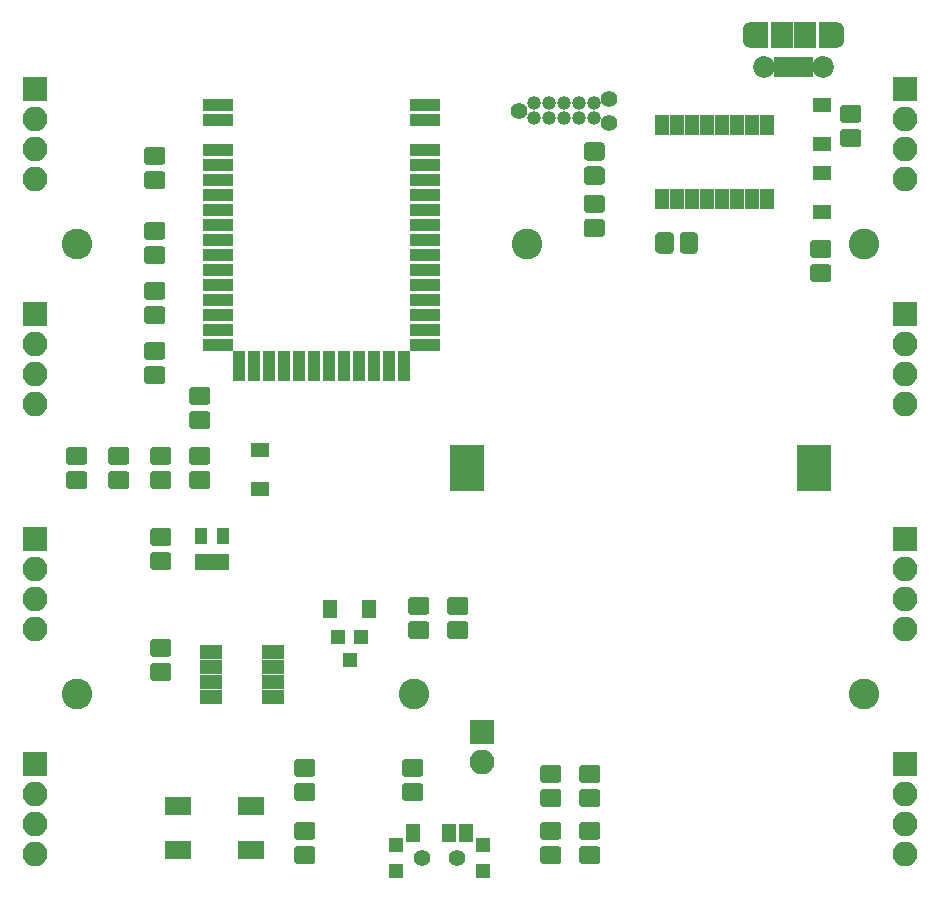
<source format=gbr>
G04 #@! TF.GenerationSoftware,KiCad,Pcbnew,(5.0.0)*
G04 #@! TF.CreationDate,2020-11-22T21:48:28-06:00*
G04 #@! TF.ProjectId,4x4_platform,3478345F706C6174666F726D2E6B6963,rev?*
G04 #@! TF.SameCoordinates,Original*
G04 #@! TF.FileFunction,Soldermask,Top*
G04 #@! TF.FilePolarity,Negative*
%FSLAX46Y46*%
G04 Gerber Fmt 4.6, Leading zero omitted, Abs format (unit mm)*
G04 Created by KiCad (PCBNEW (5.0.0)) date 11/22/20 21:48:28*
%MOMM*%
%LPD*%
G01*
G04 APERTURE LIST*
%ADD10R,2.100000X2.100000*%
%ADD11O,2.100000X2.100000*%
%ADD12C,0.100000*%
%ADD13C,1.550000*%
%ADD14R,1.200000X1.300000*%
%ADD15C,2.600000*%
%ADD16C,1.400000*%
%ADD17R,1.300000X1.650000*%
%ADD18R,1.300000X1.300000*%
%ADD19R,2.200000X1.500000*%
%ADD20R,1.120000X2.600000*%
%ADD21R,2.600000X1.120000*%
%ADD22R,1.600000X1.300000*%
%ADD23R,1.200000X1.700000*%
%ADD24R,1.900000X2.300000*%
%ADD25C,1.850000*%
%ADD26R,0.800000X1.750000*%
%ADD27O,1.600000X2.300000*%
%ADD28R,1.600000X2.300000*%
%ADD29R,1.300000X1.600000*%
%ADD30R,1.850000X1.200000*%
%ADD31R,1.050000X1.460000*%
%ADD32C,1.390600*%
%ADD33C,1.187400*%
%ADD34R,2.940000X3.910000*%
G04 APERTURE END LIST*
D10*
G04 #@! TO.C,J1*
X77470000Y-82232500D03*
D11*
X77470000Y-84772500D03*
X77470000Y-87312500D03*
X77470000Y-89852500D03*
G04 #@! TD*
G04 #@! TO.C,J2*
X77470000Y-108902500D03*
X77470000Y-106362500D03*
X77470000Y-103822500D03*
D10*
X77470000Y-101282500D03*
G04 #@! TD*
G04 #@! TO.C,J3*
X77470000Y-120332500D03*
D11*
X77470000Y-122872500D03*
X77470000Y-125412500D03*
X77470000Y-127952500D03*
G04 #@! TD*
G04 #@! TO.C,J4*
X77470000Y-147002500D03*
X77470000Y-144462500D03*
X77470000Y-141922500D03*
D10*
X77470000Y-139382500D03*
G04 #@! TD*
G04 #@! TO.C,J5*
X151130000Y-82232500D03*
D11*
X151130000Y-84772500D03*
X151130000Y-87312500D03*
X151130000Y-89852500D03*
G04 #@! TD*
G04 #@! TO.C,J6*
X151130000Y-108902500D03*
X151130000Y-106362500D03*
X151130000Y-103822500D03*
D10*
X151130000Y-101282500D03*
G04 #@! TD*
G04 #@! TO.C,J7*
X151130000Y-120332500D03*
D11*
X151130000Y-122872500D03*
X151130000Y-125412500D03*
X151130000Y-127952500D03*
G04 #@! TD*
G04 #@! TO.C,J8*
X151130000Y-147002500D03*
X151130000Y-144462500D03*
X151130000Y-141922500D03*
D10*
X151130000Y-139382500D03*
G04 #@! TD*
D12*
G04 #@! TO.C,C1*
G36*
X88226071Y-93451623D02*
X88258781Y-93456475D01*
X88290857Y-93464509D01*
X88321991Y-93475649D01*
X88351884Y-93489787D01*
X88380247Y-93506787D01*
X88406807Y-93526485D01*
X88431308Y-93548692D01*
X88453515Y-93573193D01*
X88473213Y-93599753D01*
X88490213Y-93628116D01*
X88504351Y-93658009D01*
X88515491Y-93689143D01*
X88523525Y-93721219D01*
X88528377Y-93753929D01*
X88530000Y-93786956D01*
X88530000Y-94663044D01*
X88528377Y-94696071D01*
X88523525Y-94728781D01*
X88515491Y-94760857D01*
X88504351Y-94791991D01*
X88490213Y-94821884D01*
X88473213Y-94850247D01*
X88453515Y-94876807D01*
X88431308Y-94901308D01*
X88406807Y-94923515D01*
X88380247Y-94943213D01*
X88351884Y-94960213D01*
X88321991Y-94974351D01*
X88290857Y-94985491D01*
X88258781Y-94993525D01*
X88226071Y-94998377D01*
X88193044Y-95000000D01*
X87066956Y-95000000D01*
X87033929Y-94998377D01*
X87001219Y-94993525D01*
X86969143Y-94985491D01*
X86938009Y-94974351D01*
X86908116Y-94960213D01*
X86879753Y-94943213D01*
X86853193Y-94923515D01*
X86828692Y-94901308D01*
X86806485Y-94876807D01*
X86786787Y-94850247D01*
X86769787Y-94821884D01*
X86755649Y-94791991D01*
X86744509Y-94760857D01*
X86736475Y-94728781D01*
X86731623Y-94696071D01*
X86730000Y-94663044D01*
X86730000Y-93786956D01*
X86731623Y-93753929D01*
X86736475Y-93721219D01*
X86744509Y-93689143D01*
X86755649Y-93658009D01*
X86769787Y-93628116D01*
X86786787Y-93599753D01*
X86806485Y-93573193D01*
X86828692Y-93548692D01*
X86853193Y-93526485D01*
X86879753Y-93506787D01*
X86908116Y-93489787D01*
X86938009Y-93475649D01*
X86969143Y-93464509D01*
X87001219Y-93456475D01*
X87033929Y-93451623D01*
X87066956Y-93450000D01*
X88193044Y-93450000D01*
X88226071Y-93451623D01*
X88226071Y-93451623D01*
G37*
D13*
X87630000Y-94225000D03*
D12*
G36*
X88226071Y-95501623D02*
X88258781Y-95506475D01*
X88290857Y-95514509D01*
X88321991Y-95525649D01*
X88351884Y-95539787D01*
X88380247Y-95556787D01*
X88406807Y-95576485D01*
X88431308Y-95598692D01*
X88453515Y-95623193D01*
X88473213Y-95649753D01*
X88490213Y-95678116D01*
X88504351Y-95708009D01*
X88515491Y-95739143D01*
X88523525Y-95771219D01*
X88528377Y-95803929D01*
X88530000Y-95836956D01*
X88530000Y-96713044D01*
X88528377Y-96746071D01*
X88523525Y-96778781D01*
X88515491Y-96810857D01*
X88504351Y-96841991D01*
X88490213Y-96871884D01*
X88473213Y-96900247D01*
X88453515Y-96926807D01*
X88431308Y-96951308D01*
X88406807Y-96973515D01*
X88380247Y-96993213D01*
X88351884Y-97010213D01*
X88321991Y-97024351D01*
X88290857Y-97035491D01*
X88258781Y-97043525D01*
X88226071Y-97048377D01*
X88193044Y-97050000D01*
X87066956Y-97050000D01*
X87033929Y-97048377D01*
X87001219Y-97043525D01*
X86969143Y-97035491D01*
X86938009Y-97024351D01*
X86908116Y-97010213D01*
X86879753Y-96993213D01*
X86853193Y-96973515D01*
X86828692Y-96951308D01*
X86806485Y-96926807D01*
X86786787Y-96900247D01*
X86769787Y-96871884D01*
X86755649Y-96841991D01*
X86744509Y-96810857D01*
X86736475Y-96778781D01*
X86731623Y-96746071D01*
X86730000Y-96713044D01*
X86730000Y-95836956D01*
X86731623Y-95803929D01*
X86736475Y-95771219D01*
X86744509Y-95739143D01*
X86755649Y-95708009D01*
X86769787Y-95678116D01*
X86786787Y-95649753D01*
X86806485Y-95623193D01*
X86828692Y-95598692D01*
X86853193Y-95576485D01*
X86879753Y-95556787D01*
X86908116Y-95539787D01*
X86938009Y-95525649D01*
X86969143Y-95514509D01*
X87001219Y-95506475D01*
X87033929Y-95501623D01*
X87066956Y-95500000D01*
X88193044Y-95500000D01*
X88226071Y-95501623D01*
X88226071Y-95501623D01*
G37*
D13*
X87630000Y-96275000D03*
G04 #@! TD*
D12*
G04 #@! TO.C,C2*
G36*
X88226071Y-103611623D02*
X88258781Y-103616475D01*
X88290857Y-103624509D01*
X88321991Y-103635649D01*
X88351884Y-103649787D01*
X88380247Y-103666787D01*
X88406807Y-103686485D01*
X88431308Y-103708692D01*
X88453515Y-103733193D01*
X88473213Y-103759753D01*
X88490213Y-103788116D01*
X88504351Y-103818009D01*
X88515491Y-103849143D01*
X88523525Y-103881219D01*
X88528377Y-103913929D01*
X88530000Y-103946956D01*
X88530000Y-104823044D01*
X88528377Y-104856071D01*
X88523525Y-104888781D01*
X88515491Y-104920857D01*
X88504351Y-104951991D01*
X88490213Y-104981884D01*
X88473213Y-105010247D01*
X88453515Y-105036807D01*
X88431308Y-105061308D01*
X88406807Y-105083515D01*
X88380247Y-105103213D01*
X88351884Y-105120213D01*
X88321991Y-105134351D01*
X88290857Y-105145491D01*
X88258781Y-105153525D01*
X88226071Y-105158377D01*
X88193044Y-105160000D01*
X87066956Y-105160000D01*
X87033929Y-105158377D01*
X87001219Y-105153525D01*
X86969143Y-105145491D01*
X86938009Y-105134351D01*
X86908116Y-105120213D01*
X86879753Y-105103213D01*
X86853193Y-105083515D01*
X86828692Y-105061308D01*
X86806485Y-105036807D01*
X86786787Y-105010247D01*
X86769787Y-104981884D01*
X86755649Y-104951991D01*
X86744509Y-104920857D01*
X86736475Y-104888781D01*
X86731623Y-104856071D01*
X86730000Y-104823044D01*
X86730000Y-103946956D01*
X86731623Y-103913929D01*
X86736475Y-103881219D01*
X86744509Y-103849143D01*
X86755649Y-103818009D01*
X86769787Y-103788116D01*
X86786787Y-103759753D01*
X86806485Y-103733193D01*
X86828692Y-103708692D01*
X86853193Y-103686485D01*
X86879753Y-103666787D01*
X86908116Y-103649787D01*
X86938009Y-103635649D01*
X86969143Y-103624509D01*
X87001219Y-103616475D01*
X87033929Y-103611623D01*
X87066956Y-103610000D01*
X88193044Y-103610000D01*
X88226071Y-103611623D01*
X88226071Y-103611623D01*
G37*
D13*
X87630000Y-104385000D03*
D12*
G36*
X88226071Y-105661623D02*
X88258781Y-105666475D01*
X88290857Y-105674509D01*
X88321991Y-105685649D01*
X88351884Y-105699787D01*
X88380247Y-105716787D01*
X88406807Y-105736485D01*
X88431308Y-105758692D01*
X88453515Y-105783193D01*
X88473213Y-105809753D01*
X88490213Y-105838116D01*
X88504351Y-105868009D01*
X88515491Y-105899143D01*
X88523525Y-105931219D01*
X88528377Y-105963929D01*
X88530000Y-105996956D01*
X88530000Y-106873044D01*
X88528377Y-106906071D01*
X88523525Y-106938781D01*
X88515491Y-106970857D01*
X88504351Y-107001991D01*
X88490213Y-107031884D01*
X88473213Y-107060247D01*
X88453515Y-107086807D01*
X88431308Y-107111308D01*
X88406807Y-107133515D01*
X88380247Y-107153213D01*
X88351884Y-107170213D01*
X88321991Y-107184351D01*
X88290857Y-107195491D01*
X88258781Y-107203525D01*
X88226071Y-107208377D01*
X88193044Y-107210000D01*
X87066956Y-107210000D01*
X87033929Y-107208377D01*
X87001219Y-107203525D01*
X86969143Y-107195491D01*
X86938009Y-107184351D01*
X86908116Y-107170213D01*
X86879753Y-107153213D01*
X86853193Y-107133515D01*
X86828692Y-107111308D01*
X86806485Y-107086807D01*
X86786787Y-107060247D01*
X86769787Y-107031884D01*
X86755649Y-107001991D01*
X86744509Y-106970857D01*
X86736475Y-106938781D01*
X86731623Y-106906071D01*
X86730000Y-106873044D01*
X86730000Y-105996956D01*
X86731623Y-105963929D01*
X86736475Y-105931219D01*
X86744509Y-105899143D01*
X86755649Y-105868009D01*
X86769787Y-105838116D01*
X86786787Y-105809753D01*
X86806485Y-105783193D01*
X86828692Y-105758692D01*
X86853193Y-105736485D01*
X86879753Y-105716787D01*
X86908116Y-105699787D01*
X86938009Y-105685649D01*
X86969143Y-105674509D01*
X87001219Y-105666475D01*
X87033929Y-105661623D01*
X87066956Y-105660000D01*
X88193044Y-105660000D01*
X88226071Y-105661623D01*
X88226071Y-105661623D01*
G37*
D13*
X87630000Y-106435000D03*
G04 #@! TD*
D12*
G04 #@! TO.C,C3*
G36*
X92036071Y-109471623D02*
X92068781Y-109476475D01*
X92100857Y-109484509D01*
X92131991Y-109495649D01*
X92161884Y-109509787D01*
X92190247Y-109526787D01*
X92216807Y-109546485D01*
X92241308Y-109568692D01*
X92263515Y-109593193D01*
X92283213Y-109619753D01*
X92300213Y-109648116D01*
X92314351Y-109678009D01*
X92325491Y-109709143D01*
X92333525Y-109741219D01*
X92338377Y-109773929D01*
X92340000Y-109806956D01*
X92340000Y-110683044D01*
X92338377Y-110716071D01*
X92333525Y-110748781D01*
X92325491Y-110780857D01*
X92314351Y-110811991D01*
X92300213Y-110841884D01*
X92283213Y-110870247D01*
X92263515Y-110896807D01*
X92241308Y-110921308D01*
X92216807Y-110943515D01*
X92190247Y-110963213D01*
X92161884Y-110980213D01*
X92131991Y-110994351D01*
X92100857Y-111005491D01*
X92068781Y-111013525D01*
X92036071Y-111018377D01*
X92003044Y-111020000D01*
X90876956Y-111020000D01*
X90843929Y-111018377D01*
X90811219Y-111013525D01*
X90779143Y-111005491D01*
X90748009Y-110994351D01*
X90718116Y-110980213D01*
X90689753Y-110963213D01*
X90663193Y-110943515D01*
X90638692Y-110921308D01*
X90616485Y-110896807D01*
X90596787Y-110870247D01*
X90579787Y-110841884D01*
X90565649Y-110811991D01*
X90554509Y-110780857D01*
X90546475Y-110748781D01*
X90541623Y-110716071D01*
X90540000Y-110683044D01*
X90540000Y-109806956D01*
X90541623Y-109773929D01*
X90546475Y-109741219D01*
X90554509Y-109709143D01*
X90565649Y-109678009D01*
X90579787Y-109648116D01*
X90596787Y-109619753D01*
X90616485Y-109593193D01*
X90638692Y-109568692D01*
X90663193Y-109546485D01*
X90689753Y-109526787D01*
X90718116Y-109509787D01*
X90748009Y-109495649D01*
X90779143Y-109484509D01*
X90811219Y-109476475D01*
X90843929Y-109471623D01*
X90876956Y-109470000D01*
X92003044Y-109470000D01*
X92036071Y-109471623D01*
X92036071Y-109471623D01*
G37*
D13*
X91440000Y-110245000D03*
D12*
G36*
X92036071Y-107421623D02*
X92068781Y-107426475D01*
X92100857Y-107434509D01*
X92131991Y-107445649D01*
X92161884Y-107459787D01*
X92190247Y-107476787D01*
X92216807Y-107496485D01*
X92241308Y-107518692D01*
X92263515Y-107543193D01*
X92283213Y-107569753D01*
X92300213Y-107598116D01*
X92314351Y-107628009D01*
X92325491Y-107659143D01*
X92333525Y-107691219D01*
X92338377Y-107723929D01*
X92340000Y-107756956D01*
X92340000Y-108633044D01*
X92338377Y-108666071D01*
X92333525Y-108698781D01*
X92325491Y-108730857D01*
X92314351Y-108761991D01*
X92300213Y-108791884D01*
X92283213Y-108820247D01*
X92263515Y-108846807D01*
X92241308Y-108871308D01*
X92216807Y-108893515D01*
X92190247Y-108913213D01*
X92161884Y-108930213D01*
X92131991Y-108944351D01*
X92100857Y-108955491D01*
X92068781Y-108963525D01*
X92036071Y-108968377D01*
X92003044Y-108970000D01*
X90876956Y-108970000D01*
X90843929Y-108968377D01*
X90811219Y-108963525D01*
X90779143Y-108955491D01*
X90748009Y-108944351D01*
X90718116Y-108930213D01*
X90689753Y-108913213D01*
X90663193Y-108893515D01*
X90638692Y-108871308D01*
X90616485Y-108846807D01*
X90596787Y-108820247D01*
X90579787Y-108791884D01*
X90565649Y-108761991D01*
X90554509Y-108730857D01*
X90546475Y-108698781D01*
X90541623Y-108666071D01*
X90540000Y-108633044D01*
X90540000Y-107756956D01*
X90541623Y-107723929D01*
X90546475Y-107691219D01*
X90554509Y-107659143D01*
X90565649Y-107628009D01*
X90579787Y-107598116D01*
X90596787Y-107569753D01*
X90616485Y-107543193D01*
X90638692Y-107518692D01*
X90663193Y-107496485D01*
X90689753Y-107476787D01*
X90718116Y-107459787D01*
X90748009Y-107445649D01*
X90779143Y-107434509D01*
X90811219Y-107426475D01*
X90843929Y-107421623D01*
X90876956Y-107420000D01*
X92003044Y-107420000D01*
X92036071Y-107421623D01*
X92036071Y-107421623D01*
G37*
D13*
X91440000Y-108195000D03*
G04 #@! TD*
D12*
G04 #@! TO.C,C4*
G36*
X88226071Y-87101623D02*
X88258781Y-87106475D01*
X88290857Y-87114509D01*
X88321991Y-87125649D01*
X88351884Y-87139787D01*
X88380247Y-87156787D01*
X88406807Y-87176485D01*
X88431308Y-87198692D01*
X88453515Y-87223193D01*
X88473213Y-87249753D01*
X88490213Y-87278116D01*
X88504351Y-87308009D01*
X88515491Y-87339143D01*
X88523525Y-87371219D01*
X88528377Y-87403929D01*
X88530000Y-87436956D01*
X88530000Y-88313044D01*
X88528377Y-88346071D01*
X88523525Y-88378781D01*
X88515491Y-88410857D01*
X88504351Y-88441991D01*
X88490213Y-88471884D01*
X88473213Y-88500247D01*
X88453515Y-88526807D01*
X88431308Y-88551308D01*
X88406807Y-88573515D01*
X88380247Y-88593213D01*
X88351884Y-88610213D01*
X88321991Y-88624351D01*
X88290857Y-88635491D01*
X88258781Y-88643525D01*
X88226071Y-88648377D01*
X88193044Y-88650000D01*
X87066956Y-88650000D01*
X87033929Y-88648377D01*
X87001219Y-88643525D01*
X86969143Y-88635491D01*
X86938009Y-88624351D01*
X86908116Y-88610213D01*
X86879753Y-88593213D01*
X86853193Y-88573515D01*
X86828692Y-88551308D01*
X86806485Y-88526807D01*
X86786787Y-88500247D01*
X86769787Y-88471884D01*
X86755649Y-88441991D01*
X86744509Y-88410857D01*
X86736475Y-88378781D01*
X86731623Y-88346071D01*
X86730000Y-88313044D01*
X86730000Y-87436956D01*
X86731623Y-87403929D01*
X86736475Y-87371219D01*
X86744509Y-87339143D01*
X86755649Y-87308009D01*
X86769787Y-87278116D01*
X86786787Y-87249753D01*
X86806485Y-87223193D01*
X86828692Y-87198692D01*
X86853193Y-87176485D01*
X86879753Y-87156787D01*
X86908116Y-87139787D01*
X86938009Y-87125649D01*
X86969143Y-87114509D01*
X87001219Y-87106475D01*
X87033929Y-87101623D01*
X87066956Y-87100000D01*
X88193044Y-87100000D01*
X88226071Y-87101623D01*
X88226071Y-87101623D01*
G37*
D13*
X87630000Y-87875000D03*
D12*
G36*
X88226071Y-89151623D02*
X88258781Y-89156475D01*
X88290857Y-89164509D01*
X88321991Y-89175649D01*
X88351884Y-89189787D01*
X88380247Y-89206787D01*
X88406807Y-89226485D01*
X88431308Y-89248692D01*
X88453515Y-89273193D01*
X88473213Y-89299753D01*
X88490213Y-89328116D01*
X88504351Y-89358009D01*
X88515491Y-89389143D01*
X88523525Y-89421219D01*
X88528377Y-89453929D01*
X88530000Y-89486956D01*
X88530000Y-90363044D01*
X88528377Y-90396071D01*
X88523525Y-90428781D01*
X88515491Y-90460857D01*
X88504351Y-90491991D01*
X88490213Y-90521884D01*
X88473213Y-90550247D01*
X88453515Y-90576807D01*
X88431308Y-90601308D01*
X88406807Y-90623515D01*
X88380247Y-90643213D01*
X88351884Y-90660213D01*
X88321991Y-90674351D01*
X88290857Y-90685491D01*
X88258781Y-90693525D01*
X88226071Y-90698377D01*
X88193044Y-90700000D01*
X87066956Y-90700000D01*
X87033929Y-90698377D01*
X87001219Y-90693525D01*
X86969143Y-90685491D01*
X86938009Y-90674351D01*
X86908116Y-90660213D01*
X86879753Y-90643213D01*
X86853193Y-90623515D01*
X86828692Y-90601308D01*
X86806485Y-90576807D01*
X86786787Y-90550247D01*
X86769787Y-90521884D01*
X86755649Y-90491991D01*
X86744509Y-90460857D01*
X86736475Y-90428781D01*
X86731623Y-90396071D01*
X86730000Y-90363044D01*
X86730000Y-89486956D01*
X86731623Y-89453929D01*
X86736475Y-89421219D01*
X86744509Y-89389143D01*
X86755649Y-89358009D01*
X86769787Y-89328116D01*
X86786787Y-89299753D01*
X86806485Y-89273193D01*
X86828692Y-89248692D01*
X86853193Y-89226485D01*
X86879753Y-89206787D01*
X86908116Y-89189787D01*
X86938009Y-89175649D01*
X86969143Y-89164509D01*
X87001219Y-89156475D01*
X87033929Y-89151623D01*
X87066956Y-89150000D01*
X88193044Y-89150000D01*
X88226071Y-89151623D01*
X88226071Y-89151623D01*
G37*
D13*
X87630000Y-89925000D03*
G04 #@! TD*
D12*
G04 #@! TO.C,L1*
G36*
X88226071Y-98531623D02*
X88258781Y-98536475D01*
X88290857Y-98544509D01*
X88321991Y-98555649D01*
X88351884Y-98569787D01*
X88380247Y-98586787D01*
X88406807Y-98606485D01*
X88431308Y-98628692D01*
X88453515Y-98653193D01*
X88473213Y-98679753D01*
X88490213Y-98708116D01*
X88504351Y-98738009D01*
X88515491Y-98769143D01*
X88523525Y-98801219D01*
X88528377Y-98833929D01*
X88530000Y-98866956D01*
X88530000Y-99743044D01*
X88528377Y-99776071D01*
X88523525Y-99808781D01*
X88515491Y-99840857D01*
X88504351Y-99871991D01*
X88490213Y-99901884D01*
X88473213Y-99930247D01*
X88453515Y-99956807D01*
X88431308Y-99981308D01*
X88406807Y-100003515D01*
X88380247Y-100023213D01*
X88351884Y-100040213D01*
X88321991Y-100054351D01*
X88290857Y-100065491D01*
X88258781Y-100073525D01*
X88226071Y-100078377D01*
X88193044Y-100080000D01*
X87066956Y-100080000D01*
X87033929Y-100078377D01*
X87001219Y-100073525D01*
X86969143Y-100065491D01*
X86938009Y-100054351D01*
X86908116Y-100040213D01*
X86879753Y-100023213D01*
X86853193Y-100003515D01*
X86828692Y-99981308D01*
X86806485Y-99956807D01*
X86786787Y-99930247D01*
X86769787Y-99901884D01*
X86755649Y-99871991D01*
X86744509Y-99840857D01*
X86736475Y-99808781D01*
X86731623Y-99776071D01*
X86730000Y-99743044D01*
X86730000Y-98866956D01*
X86731623Y-98833929D01*
X86736475Y-98801219D01*
X86744509Y-98769143D01*
X86755649Y-98738009D01*
X86769787Y-98708116D01*
X86786787Y-98679753D01*
X86806485Y-98653193D01*
X86828692Y-98628692D01*
X86853193Y-98606485D01*
X86879753Y-98586787D01*
X86908116Y-98569787D01*
X86938009Y-98555649D01*
X86969143Y-98544509D01*
X87001219Y-98536475D01*
X87033929Y-98531623D01*
X87066956Y-98530000D01*
X88193044Y-98530000D01*
X88226071Y-98531623D01*
X88226071Y-98531623D01*
G37*
D13*
X87630000Y-99305000D03*
D12*
G36*
X88226071Y-100581623D02*
X88258781Y-100586475D01*
X88290857Y-100594509D01*
X88321991Y-100605649D01*
X88351884Y-100619787D01*
X88380247Y-100636787D01*
X88406807Y-100656485D01*
X88431308Y-100678692D01*
X88453515Y-100703193D01*
X88473213Y-100729753D01*
X88490213Y-100758116D01*
X88504351Y-100788009D01*
X88515491Y-100819143D01*
X88523525Y-100851219D01*
X88528377Y-100883929D01*
X88530000Y-100916956D01*
X88530000Y-101793044D01*
X88528377Y-101826071D01*
X88523525Y-101858781D01*
X88515491Y-101890857D01*
X88504351Y-101921991D01*
X88490213Y-101951884D01*
X88473213Y-101980247D01*
X88453515Y-102006807D01*
X88431308Y-102031308D01*
X88406807Y-102053515D01*
X88380247Y-102073213D01*
X88351884Y-102090213D01*
X88321991Y-102104351D01*
X88290857Y-102115491D01*
X88258781Y-102123525D01*
X88226071Y-102128377D01*
X88193044Y-102130000D01*
X87066956Y-102130000D01*
X87033929Y-102128377D01*
X87001219Y-102123525D01*
X86969143Y-102115491D01*
X86938009Y-102104351D01*
X86908116Y-102090213D01*
X86879753Y-102073213D01*
X86853193Y-102053515D01*
X86828692Y-102031308D01*
X86806485Y-102006807D01*
X86786787Y-101980247D01*
X86769787Y-101951884D01*
X86755649Y-101921991D01*
X86744509Y-101890857D01*
X86736475Y-101858781D01*
X86731623Y-101826071D01*
X86730000Y-101793044D01*
X86730000Y-100916956D01*
X86731623Y-100883929D01*
X86736475Y-100851219D01*
X86744509Y-100819143D01*
X86755649Y-100788009D01*
X86769787Y-100758116D01*
X86786787Y-100729753D01*
X86806485Y-100703193D01*
X86828692Y-100678692D01*
X86853193Y-100656485D01*
X86879753Y-100636787D01*
X86908116Y-100619787D01*
X86938009Y-100605649D01*
X86969143Y-100594509D01*
X87001219Y-100586475D01*
X87033929Y-100581623D01*
X87066956Y-100580000D01*
X88193044Y-100580000D01*
X88226071Y-100581623D01*
X88226071Y-100581623D01*
G37*
D13*
X87630000Y-101355000D03*
G04 #@! TD*
D14*
G04 #@! TO.C,Q1*
X105074000Y-128606000D03*
X103174000Y-128606000D03*
X104124000Y-130606000D03*
G04 #@! TD*
D12*
G04 #@! TO.C,R1*
G36*
X92036071Y-114542623D02*
X92068781Y-114547475D01*
X92100857Y-114555509D01*
X92131991Y-114566649D01*
X92161884Y-114580787D01*
X92190247Y-114597787D01*
X92216807Y-114617485D01*
X92241308Y-114639692D01*
X92263515Y-114664193D01*
X92283213Y-114690753D01*
X92300213Y-114719116D01*
X92314351Y-114749009D01*
X92325491Y-114780143D01*
X92333525Y-114812219D01*
X92338377Y-114844929D01*
X92340000Y-114877956D01*
X92340000Y-115754044D01*
X92338377Y-115787071D01*
X92333525Y-115819781D01*
X92325491Y-115851857D01*
X92314351Y-115882991D01*
X92300213Y-115912884D01*
X92283213Y-115941247D01*
X92263515Y-115967807D01*
X92241308Y-115992308D01*
X92216807Y-116014515D01*
X92190247Y-116034213D01*
X92161884Y-116051213D01*
X92131991Y-116065351D01*
X92100857Y-116076491D01*
X92068781Y-116084525D01*
X92036071Y-116089377D01*
X92003044Y-116091000D01*
X90876956Y-116091000D01*
X90843929Y-116089377D01*
X90811219Y-116084525D01*
X90779143Y-116076491D01*
X90748009Y-116065351D01*
X90718116Y-116051213D01*
X90689753Y-116034213D01*
X90663193Y-116014515D01*
X90638692Y-115992308D01*
X90616485Y-115967807D01*
X90596787Y-115941247D01*
X90579787Y-115912884D01*
X90565649Y-115882991D01*
X90554509Y-115851857D01*
X90546475Y-115819781D01*
X90541623Y-115787071D01*
X90540000Y-115754044D01*
X90540000Y-114877956D01*
X90541623Y-114844929D01*
X90546475Y-114812219D01*
X90554509Y-114780143D01*
X90565649Y-114749009D01*
X90579787Y-114719116D01*
X90596787Y-114690753D01*
X90616485Y-114664193D01*
X90638692Y-114639692D01*
X90663193Y-114617485D01*
X90689753Y-114597787D01*
X90718116Y-114580787D01*
X90748009Y-114566649D01*
X90779143Y-114555509D01*
X90811219Y-114547475D01*
X90843929Y-114542623D01*
X90876956Y-114541000D01*
X92003044Y-114541000D01*
X92036071Y-114542623D01*
X92036071Y-114542623D01*
G37*
D13*
X91440000Y-115316000D03*
D12*
G36*
X92036071Y-112492623D02*
X92068781Y-112497475D01*
X92100857Y-112505509D01*
X92131991Y-112516649D01*
X92161884Y-112530787D01*
X92190247Y-112547787D01*
X92216807Y-112567485D01*
X92241308Y-112589692D01*
X92263515Y-112614193D01*
X92283213Y-112640753D01*
X92300213Y-112669116D01*
X92314351Y-112699009D01*
X92325491Y-112730143D01*
X92333525Y-112762219D01*
X92338377Y-112794929D01*
X92340000Y-112827956D01*
X92340000Y-113704044D01*
X92338377Y-113737071D01*
X92333525Y-113769781D01*
X92325491Y-113801857D01*
X92314351Y-113832991D01*
X92300213Y-113862884D01*
X92283213Y-113891247D01*
X92263515Y-113917807D01*
X92241308Y-113942308D01*
X92216807Y-113964515D01*
X92190247Y-113984213D01*
X92161884Y-114001213D01*
X92131991Y-114015351D01*
X92100857Y-114026491D01*
X92068781Y-114034525D01*
X92036071Y-114039377D01*
X92003044Y-114041000D01*
X90876956Y-114041000D01*
X90843929Y-114039377D01*
X90811219Y-114034525D01*
X90779143Y-114026491D01*
X90748009Y-114015351D01*
X90718116Y-114001213D01*
X90689753Y-113984213D01*
X90663193Y-113964515D01*
X90638692Y-113942308D01*
X90616485Y-113917807D01*
X90596787Y-113891247D01*
X90579787Y-113862884D01*
X90565649Y-113832991D01*
X90554509Y-113801857D01*
X90546475Y-113769781D01*
X90541623Y-113737071D01*
X90540000Y-113704044D01*
X90540000Y-112827956D01*
X90541623Y-112794929D01*
X90546475Y-112762219D01*
X90554509Y-112730143D01*
X90565649Y-112699009D01*
X90579787Y-112669116D01*
X90596787Y-112640753D01*
X90616485Y-112614193D01*
X90638692Y-112589692D01*
X90663193Y-112567485D01*
X90689753Y-112547787D01*
X90718116Y-112530787D01*
X90748009Y-112516649D01*
X90779143Y-112505509D01*
X90811219Y-112497475D01*
X90843929Y-112492623D01*
X90876956Y-112491000D01*
X92003044Y-112491000D01*
X92036071Y-112492623D01*
X92036071Y-112492623D01*
G37*
D13*
X91440000Y-113266000D03*
G04 #@! TD*
D15*
G04 #@! TO.C,J11*
X81026000Y-133477000D03*
G04 #@! TD*
G04 #@! TO.C,J12*
X147701000Y-95377000D03*
G04 #@! TD*
G04 #@! TO.C,J13*
X147701000Y-133477000D03*
G04 #@! TD*
G04 #@! TO.C,J14*
X109601000Y-133477000D03*
G04 #@! TD*
G04 #@! TO.C,J15*
X119126000Y-95377000D03*
G04 #@! TD*
G04 #@! TO.C,J16*
X81026000Y-95377000D03*
G04 #@! TD*
D16*
G04 #@! TO.C,SW1*
X110260000Y-147320000D03*
X113260000Y-147320000D03*
D17*
X112510000Y-145245000D03*
X114010000Y-145245000D03*
X109510000Y-145245000D03*
D18*
X108060000Y-148420000D03*
X108060000Y-146220000D03*
X115460000Y-146220000D03*
X115460000Y-148420000D03*
G04 #@! TD*
D19*
G04 #@! TO.C,SW2*
X95810000Y-146630000D03*
X89610000Y-146630000D03*
X95810000Y-142930000D03*
X89610000Y-142930000D03*
G04 #@! TD*
D20*
G04 #@! TO.C,U1*
X108712000Y-105664000D03*
X107442000Y-105664000D03*
X106172000Y-105664000D03*
X104902000Y-105664000D03*
X103632000Y-105664000D03*
X102362000Y-105664000D03*
X101092000Y-105664000D03*
X99822000Y-105664000D03*
X98552000Y-105664000D03*
X97282000Y-105664000D03*
X96012000Y-105664000D03*
X94742000Y-105664000D03*
D21*
X110490000Y-103886000D03*
X110490000Y-102616000D03*
X110490000Y-101346000D03*
X110490000Y-100076000D03*
X110490000Y-98806000D03*
X110490000Y-97536000D03*
X110490000Y-96266000D03*
X110490000Y-94996000D03*
X110490000Y-93726000D03*
X110490000Y-92456000D03*
X110490000Y-91186000D03*
X110490000Y-89916000D03*
X110490000Y-88646000D03*
X110490000Y-87376000D03*
X110490000Y-84836000D03*
X110490000Y-83566000D03*
X92964000Y-83566000D03*
X92964000Y-84836000D03*
X92964000Y-87376000D03*
X92964000Y-88646000D03*
X92964000Y-89916000D03*
X92964000Y-91186000D03*
X92964000Y-92456000D03*
X92964000Y-93726000D03*
X92964000Y-94996000D03*
X92964000Y-96266000D03*
X92964000Y-97536000D03*
X92964000Y-98806000D03*
X92964000Y-100076000D03*
X92964000Y-101346000D03*
X92964000Y-102616000D03*
X92964000Y-103886000D03*
G04 #@! TD*
D12*
G04 #@! TO.C,D1*
G36*
X125056071Y-146301623D02*
X125088781Y-146306475D01*
X125120857Y-146314509D01*
X125151991Y-146325649D01*
X125181884Y-146339787D01*
X125210247Y-146356787D01*
X125236807Y-146376485D01*
X125261308Y-146398692D01*
X125283515Y-146423193D01*
X125303213Y-146449753D01*
X125320213Y-146478116D01*
X125334351Y-146508009D01*
X125345491Y-146539143D01*
X125353525Y-146571219D01*
X125358377Y-146603929D01*
X125360000Y-146636956D01*
X125360000Y-147513044D01*
X125358377Y-147546071D01*
X125353525Y-147578781D01*
X125345491Y-147610857D01*
X125334351Y-147641991D01*
X125320213Y-147671884D01*
X125303213Y-147700247D01*
X125283515Y-147726807D01*
X125261308Y-147751308D01*
X125236807Y-147773515D01*
X125210247Y-147793213D01*
X125181884Y-147810213D01*
X125151991Y-147824351D01*
X125120857Y-147835491D01*
X125088781Y-147843525D01*
X125056071Y-147848377D01*
X125023044Y-147850000D01*
X123896956Y-147850000D01*
X123863929Y-147848377D01*
X123831219Y-147843525D01*
X123799143Y-147835491D01*
X123768009Y-147824351D01*
X123738116Y-147810213D01*
X123709753Y-147793213D01*
X123683193Y-147773515D01*
X123658692Y-147751308D01*
X123636485Y-147726807D01*
X123616787Y-147700247D01*
X123599787Y-147671884D01*
X123585649Y-147641991D01*
X123574509Y-147610857D01*
X123566475Y-147578781D01*
X123561623Y-147546071D01*
X123560000Y-147513044D01*
X123560000Y-146636956D01*
X123561623Y-146603929D01*
X123566475Y-146571219D01*
X123574509Y-146539143D01*
X123585649Y-146508009D01*
X123599787Y-146478116D01*
X123616787Y-146449753D01*
X123636485Y-146423193D01*
X123658692Y-146398692D01*
X123683193Y-146376485D01*
X123709753Y-146356787D01*
X123738116Y-146339787D01*
X123768009Y-146325649D01*
X123799143Y-146314509D01*
X123831219Y-146306475D01*
X123863929Y-146301623D01*
X123896956Y-146300000D01*
X125023044Y-146300000D01*
X125056071Y-146301623D01*
X125056071Y-146301623D01*
G37*
D13*
X124460000Y-147075000D03*
D12*
G36*
X125056071Y-144251623D02*
X125088781Y-144256475D01*
X125120857Y-144264509D01*
X125151991Y-144275649D01*
X125181884Y-144289787D01*
X125210247Y-144306787D01*
X125236807Y-144326485D01*
X125261308Y-144348692D01*
X125283515Y-144373193D01*
X125303213Y-144399753D01*
X125320213Y-144428116D01*
X125334351Y-144458009D01*
X125345491Y-144489143D01*
X125353525Y-144521219D01*
X125358377Y-144553929D01*
X125360000Y-144586956D01*
X125360000Y-145463044D01*
X125358377Y-145496071D01*
X125353525Y-145528781D01*
X125345491Y-145560857D01*
X125334351Y-145591991D01*
X125320213Y-145621884D01*
X125303213Y-145650247D01*
X125283515Y-145676807D01*
X125261308Y-145701308D01*
X125236807Y-145723515D01*
X125210247Y-145743213D01*
X125181884Y-145760213D01*
X125151991Y-145774351D01*
X125120857Y-145785491D01*
X125088781Y-145793525D01*
X125056071Y-145798377D01*
X125023044Y-145800000D01*
X123896956Y-145800000D01*
X123863929Y-145798377D01*
X123831219Y-145793525D01*
X123799143Y-145785491D01*
X123768009Y-145774351D01*
X123738116Y-145760213D01*
X123709753Y-145743213D01*
X123683193Y-145723515D01*
X123658692Y-145701308D01*
X123636485Y-145676807D01*
X123616787Y-145650247D01*
X123599787Y-145621884D01*
X123585649Y-145591991D01*
X123574509Y-145560857D01*
X123566475Y-145528781D01*
X123561623Y-145496071D01*
X123560000Y-145463044D01*
X123560000Y-144586956D01*
X123561623Y-144553929D01*
X123566475Y-144521219D01*
X123574509Y-144489143D01*
X123585649Y-144458009D01*
X123599787Y-144428116D01*
X123616787Y-144399753D01*
X123636485Y-144373193D01*
X123658692Y-144348692D01*
X123683193Y-144326485D01*
X123709753Y-144306787D01*
X123738116Y-144289787D01*
X123768009Y-144275649D01*
X123799143Y-144264509D01*
X123831219Y-144256475D01*
X123863929Y-144251623D01*
X123896956Y-144250000D01*
X125023044Y-144250000D01*
X125056071Y-144251623D01*
X125056071Y-144251623D01*
G37*
D13*
X124460000Y-145025000D03*
G04 #@! TD*
D12*
G04 #@! TO.C,D2*
G36*
X121754071Y-144251623D02*
X121786781Y-144256475D01*
X121818857Y-144264509D01*
X121849991Y-144275649D01*
X121879884Y-144289787D01*
X121908247Y-144306787D01*
X121934807Y-144326485D01*
X121959308Y-144348692D01*
X121981515Y-144373193D01*
X122001213Y-144399753D01*
X122018213Y-144428116D01*
X122032351Y-144458009D01*
X122043491Y-144489143D01*
X122051525Y-144521219D01*
X122056377Y-144553929D01*
X122058000Y-144586956D01*
X122058000Y-145463044D01*
X122056377Y-145496071D01*
X122051525Y-145528781D01*
X122043491Y-145560857D01*
X122032351Y-145591991D01*
X122018213Y-145621884D01*
X122001213Y-145650247D01*
X121981515Y-145676807D01*
X121959308Y-145701308D01*
X121934807Y-145723515D01*
X121908247Y-145743213D01*
X121879884Y-145760213D01*
X121849991Y-145774351D01*
X121818857Y-145785491D01*
X121786781Y-145793525D01*
X121754071Y-145798377D01*
X121721044Y-145800000D01*
X120594956Y-145800000D01*
X120561929Y-145798377D01*
X120529219Y-145793525D01*
X120497143Y-145785491D01*
X120466009Y-145774351D01*
X120436116Y-145760213D01*
X120407753Y-145743213D01*
X120381193Y-145723515D01*
X120356692Y-145701308D01*
X120334485Y-145676807D01*
X120314787Y-145650247D01*
X120297787Y-145621884D01*
X120283649Y-145591991D01*
X120272509Y-145560857D01*
X120264475Y-145528781D01*
X120259623Y-145496071D01*
X120258000Y-145463044D01*
X120258000Y-144586956D01*
X120259623Y-144553929D01*
X120264475Y-144521219D01*
X120272509Y-144489143D01*
X120283649Y-144458009D01*
X120297787Y-144428116D01*
X120314787Y-144399753D01*
X120334485Y-144373193D01*
X120356692Y-144348692D01*
X120381193Y-144326485D01*
X120407753Y-144306787D01*
X120436116Y-144289787D01*
X120466009Y-144275649D01*
X120497143Y-144264509D01*
X120529219Y-144256475D01*
X120561929Y-144251623D01*
X120594956Y-144250000D01*
X121721044Y-144250000D01*
X121754071Y-144251623D01*
X121754071Y-144251623D01*
G37*
D13*
X121158000Y-145025000D03*
D12*
G36*
X121754071Y-146301623D02*
X121786781Y-146306475D01*
X121818857Y-146314509D01*
X121849991Y-146325649D01*
X121879884Y-146339787D01*
X121908247Y-146356787D01*
X121934807Y-146376485D01*
X121959308Y-146398692D01*
X121981515Y-146423193D01*
X122001213Y-146449753D01*
X122018213Y-146478116D01*
X122032351Y-146508009D01*
X122043491Y-146539143D01*
X122051525Y-146571219D01*
X122056377Y-146603929D01*
X122058000Y-146636956D01*
X122058000Y-147513044D01*
X122056377Y-147546071D01*
X122051525Y-147578781D01*
X122043491Y-147610857D01*
X122032351Y-147641991D01*
X122018213Y-147671884D01*
X122001213Y-147700247D01*
X121981515Y-147726807D01*
X121959308Y-147751308D01*
X121934807Y-147773515D01*
X121908247Y-147793213D01*
X121879884Y-147810213D01*
X121849991Y-147824351D01*
X121818857Y-147835491D01*
X121786781Y-147843525D01*
X121754071Y-147848377D01*
X121721044Y-147850000D01*
X120594956Y-147850000D01*
X120561929Y-147848377D01*
X120529219Y-147843525D01*
X120497143Y-147835491D01*
X120466009Y-147824351D01*
X120436116Y-147810213D01*
X120407753Y-147793213D01*
X120381193Y-147773515D01*
X120356692Y-147751308D01*
X120334485Y-147726807D01*
X120314787Y-147700247D01*
X120297787Y-147671884D01*
X120283649Y-147641991D01*
X120272509Y-147610857D01*
X120264475Y-147578781D01*
X120259623Y-147546071D01*
X120258000Y-147513044D01*
X120258000Y-146636956D01*
X120259623Y-146603929D01*
X120264475Y-146571219D01*
X120272509Y-146539143D01*
X120283649Y-146508009D01*
X120297787Y-146478116D01*
X120314787Y-146449753D01*
X120334485Y-146423193D01*
X120356692Y-146398692D01*
X120381193Y-146376485D01*
X120407753Y-146356787D01*
X120436116Y-146339787D01*
X120466009Y-146325649D01*
X120497143Y-146314509D01*
X120529219Y-146306475D01*
X120561929Y-146301623D01*
X120594956Y-146300000D01*
X121721044Y-146300000D01*
X121754071Y-146301623D01*
X121754071Y-146301623D01*
G37*
D13*
X121158000Y-147075000D03*
G04 #@! TD*
D12*
G04 #@! TO.C,R2*
G36*
X125056071Y-139434622D02*
X125088781Y-139439474D01*
X125120857Y-139447508D01*
X125151991Y-139458648D01*
X125181884Y-139472786D01*
X125210247Y-139489786D01*
X125236807Y-139509484D01*
X125261308Y-139531691D01*
X125283515Y-139556192D01*
X125303213Y-139582752D01*
X125320213Y-139611115D01*
X125334351Y-139641008D01*
X125345491Y-139672142D01*
X125353525Y-139704218D01*
X125358377Y-139736928D01*
X125360000Y-139769955D01*
X125360000Y-140646043D01*
X125358377Y-140679070D01*
X125353525Y-140711780D01*
X125345491Y-140743856D01*
X125334351Y-140774990D01*
X125320213Y-140804883D01*
X125303213Y-140833246D01*
X125283515Y-140859806D01*
X125261308Y-140884307D01*
X125236807Y-140906514D01*
X125210247Y-140926212D01*
X125181884Y-140943212D01*
X125151991Y-140957350D01*
X125120857Y-140968490D01*
X125088781Y-140976524D01*
X125056071Y-140981376D01*
X125023044Y-140982999D01*
X123896956Y-140982999D01*
X123863929Y-140981376D01*
X123831219Y-140976524D01*
X123799143Y-140968490D01*
X123768009Y-140957350D01*
X123738116Y-140943212D01*
X123709753Y-140926212D01*
X123683193Y-140906514D01*
X123658692Y-140884307D01*
X123636485Y-140859806D01*
X123616787Y-140833246D01*
X123599787Y-140804883D01*
X123585649Y-140774990D01*
X123574509Y-140743856D01*
X123566475Y-140711780D01*
X123561623Y-140679070D01*
X123560000Y-140646043D01*
X123560000Y-139769955D01*
X123561623Y-139736928D01*
X123566475Y-139704218D01*
X123574509Y-139672142D01*
X123585649Y-139641008D01*
X123599787Y-139611115D01*
X123616787Y-139582752D01*
X123636485Y-139556192D01*
X123658692Y-139531691D01*
X123683193Y-139509484D01*
X123709753Y-139489786D01*
X123738116Y-139472786D01*
X123768009Y-139458648D01*
X123799143Y-139447508D01*
X123831219Y-139439474D01*
X123863929Y-139434622D01*
X123896956Y-139432999D01*
X125023044Y-139432999D01*
X125056071Y-139434622D01*
X125056071Y-139434622D01*
G37*
D13*
X124460000Y-140207999D03*
D12*
G36*
X125056071Y-141484622D02*
X125088781Y-141489474D01*
X125120857Y-141497508D01*
X125151991Y-141508648D01*
X125181884Y-141522786D01*
X125210247Y-141539786D01*
X125236807Y-141559484D01*
X125261308Y-141581691D01*
X125283515Y-141606192D01*
X125303213Y-141632752D01*
X125320213Y-141661115D01*
X125334351Y-141691008D01*
X125345491Y-141722142D01*
X125353525Y-141754218D01*
X125358377Y-141786928D01*
X125360000Y-141819955D01*
X125360000Y-142696043D01*
X125358377Y-142729070D01*
X125353525Y-142761780D01*
X125345491Y-142793856D01*
X125334351Y-142824990D01*
X125320213Y-142854883D01*
X125303213Y-142883246D01*
X125283515Y-142909806D01*
X125261308Y-142934307D01*
X125236807Y-142956514D01*
X125210247Y-142976212D01*
X125181884Y-142993212D01*
X125151991Y-143007350D01*
X125120857Y-143018490D01*
X125088781Y-143026524D01*
X125056071Y-143031376D01*
X125023044Y-143032999D01*
X123896956Y-143032999D01*
X123863929Y-143031376D01*
X123831219Y-143026524D01*
X123799143Y-143018490D01*
X123768009Y-143007350D01*
X123738116Y-142993212D01*
X123709753Y-142976212D01*
X123683193Y-142956514D01*
X123658692Y-142934307D01*
X123636485Y-142909806D01*
X123616787Y-142883246D01*
X123599787Y-142854883D01*
X123585649Y-142824990D01*
X123574509Y-142793856D01*
X123566475Y-142761780D01*
X123561623Y-142729070D01*
X123560000Y-142696043D01*
X123560000Y-141819955D01*
X123561623Y-141786928D01*
X123566475Y-141754218D01*
X123574509Y-141722142D01*
X123585649Y-141691008D01*
X123599787Y-141661115D01*
X123616787Y-141632752D01*
X123636485Y-141606192D01*
X123658692Y-141581691D01*
X123683193Y-141559484D01*
X123709753Y-141539786D01*
X123738116Y-141522786D01*
X123768009Y-141508648D01*
X123799143Y-141497508D01*
X123831219Y-141489474D01*
X123863929Y-141484622D01*
X123896956Y-141482999D01*
X125023044Y-141482999D01*
X125056071Y-141484622D01*
X125056071Y-141484622D01*
G37*
D13*
X124460000Y-142257999D03*
G04 #@! TD*
D12*
G04 #@! TO.C,R3*
G36*
X121754071Y-141466624D02*
X121786781Y-141471476D01*
X121818857Y-141479510D01*
X121849991Y-141490650D01*
X121879884Y-141504788D01*
X121908247Y-141521788D01*
X121934807Y-141541486D01*
X121959308Y-141563693D01*
X121981515Y-141588194D01*
X122001213Y-141614754D01*
X122018213Y-141643117D01*
X122032351Y-141673010D01*
X122043491Y-141704144D01*
X122051525Y-141736220D01*
X122056377Y-141768930D01*
X122058000Y-141801957D01*
X122058000Y-142678045D01*
X122056377Y-142711072D01*
X122051525Y-142743782D01*
X122043491Y-142775858D01*
X122032351Y-142806992D01*
X122018213Y-142836885D01*
X122001213Y-142865248D01*
X121981515Y-142891808D01*
X121959308Y-142916309D01*
X121934807Y-142938516D01*
X121908247Y-142958214D01*
X121879884Y-142975214D01*
X121849991Y-142989352D01*
X121818857Y-143000492D01*
X121786781Y-143008526D01*
X121754071Y-143013378D01*
X121721044Y-143015001D01*
X120594956Y-143015001D01*
X120561929Y-143013378D01*
X120529219Y-143008526D01*
X120497143Y-143000492D01*
X120466009Y-142989352D01*
X120436116Y-142975214D01*
X120407753Y-142958214D01*
X120381193Y-142938516D01*
X120356692Y-142916309D01*
X120334485Y-142891808D01*
X120314787Y-142865248D01*
X120297787Y-142836885D01*
X120283649Y-142806992D01*
X120272509Y-142775858D01*
X120264475Y-142743782D01*
X120259623Y-142711072D01*
X120258000Y-142678045D01*
X120258000Y-141801957D01*
X120259623Y-141768930D01*
X120264475Y-141736220D01*
X120272509Y-141704144D01*
X120283649Y-141673010D01*
X120297787Y-141643117D01*
X120314787Y-141614754D01*
X120334485Y-141588194D01*
X120356692Y-141563693D01*
X120381193Y-141541486D01*
X120407753Y-141521788D01*
X120436116Y-141504788D01*
X120466009Y-141490650D01*
X120497143Y-141479510D01*
X120529219Y-141471476D01*
X120561929Y-141466624D01*
X120594956Y-141465001D01*
X121721044Y-141465001D01*
X121754071Y-141466624D01*
X121754071Y-141466624D01*
G37*
D13*
X121158000Y-142240001D03*
D12*
G36*
X121754071Y-139416624D02*
X121786781Y-139421476D01*
X121818857Y-139429510D01*
X121849991Y-139440650D01*
X121879884Y-139454788D01*
X121908247Y-139471788D01*
X121934807Y-139491486D01*
X121959308Y-139513693D01*
X121981515Y-139538194D01*
X122001213Y-139564754D01*
X122018213Y-139593117D01*
X122032351Y-139623010D01*
X122043491Y-139654144D01*
X122051525Y-139686220D01*
X122056377Y-139718930D01*
X122058000Y-139751957D01*
X122058000Y-140628045D01*
X122056377Y-140661072D01*
X122051525Y-140693782D01*
X122043491Y-140725858D01*
X122032351Y-140756992D01*
X122018213Y-140786885D01*
X122001213Y-140815248D01*
X121981515Y-140841808D01*
X121959308Y-140866309D01*
X121934807Y-140888516D01*
X121908247Y-140908214D01*
X121879884Y-140925214D01*
X121849991Y-140939352D01*
X121818857Y-140950492D01*
X121786781Y-140958526D01*
X121754071Y-140963378D01*
X121721044Y-140965001D01*
X120594956Y-140965001D01*
X120561929Y-140963378D01*
X120529219Y-140958526D01*
X120497143Y-140950492D01*
X120466009Y-140939352D01*
X120436116Y-140925214D01*
X120407753Y-140908214D01*
X120381193Y-140888516D01*
X120356692Y-140866309D01*
X120334485Y-140841808D01*
X120314787Y-140815248D01*
X120297787Y-140786885D01*
X120283649Y-140756992D01*
X120272509Y-140725858D01*
X120264475Y-140693782D01*
X120259623Y-140661072D01*
X120258000Y-140628045D01*
X120258000Y-139751957D01*
X120259623Y-139718930D01*
X120264475Y-139686220D01*
X120272509Y-139654144D01*
X120283649Y-139623010D01*
X120297787Y-139593117D01*
X120314787Y-139564754D01*
X120334485Y-139538194D01*
X120356692Y-139513693D01*
X120381193Y-139491486D01*
X120407753Y-139471788D01*
X120436116Y-139454788D01*
X120466009Y-139440650D01*
X120497143Y-139429510D01*
X120529219Y-139421476D01*
X120561929Y-139416624D01*
X120594956Y-139415001D01*
X121721044Y-139415001D01*
X121754071Y-139416624D01*
X121754071Y-139416624D01*
G37*
D13*
X121158000Y-140190001D03*
G04 #@! TD*
D12*
G04 #@! TO.C,C6*
G36*
X147154071Y-85595623D02*
X147186781Y-85600475D01*
X147218857Y-85608509D01*
X147249991Y-85619649D01*
X147279884Y-85633787D01*
X147308247Y-85650787D01*
X147334807Y-85670485D01*
X147359308Y-85692692D01*
X147381515Y-85717193D01*
X147401213Y-85743753D01*
X147418213Y-85772116D01*
X147432351Y-85802009D01*
X147443491Y-85833143D01*
X147451525Y-85865219D01*
X147456377Y-85897929D01*
X147458000Y-85930956D01*
X147458000Y-86807044D01*
X147456377Y-86840071D01*
X147451525Y-86872781D01*
X147443491Y-86904857D01*
X147432351Y-86935991D01*
X147418213Y-86965884D01*
X147401213Y-86994247D01*
X147381515Y-87020807D01*
X147359308Y-87045308D01*
X147334807Y-87067515D01*
X147308247Y-87087213D01*
X147279884Y-87104213D01*
X147249991Y-87118351D01*
X147218857Y-87129491D01*
X147186781Y-87137525D01*
X147154071Y-87142377D01*
X147121044Y-87144000D01*
X145994956Y-87144000D01*
X145961929Y-87142377D01*
X145929219Y-87137525D01*
X145897143Y-87129491D01*
X145866009Y-87118351D01*
X145836116Y-87104213D01*
X145807753Y-87087213D01*
X145781193Y-87067515D01*
X145756692Y-87045308D01*
X145734485Y-87020807D01*
X145714787Y-86994247D01*
X145697787Y-86965884D01*
X145683649Y-86935991D01*
X145672509Y-86904857D01*
X145664475Y-86872781D01*
X145659623Y-86840071D01*
X145658000Y-86807044D01*
X145658000Y-85930956D01*
X145659623Y-85897929D01*
X145664475Y-85865219D01*
X145672509Y-85833143D01*
X145683649Y-85802009D01*
X145697787Y-85772116D01*
X145714787Y-85743753D01*
X145734485Y-85717193D01*
X145756692Y-85692692D01*
X145781193Y-85670485D01*
X145807753Y-85650787D01*
X145836116Y-85633787D01*
X145866009Y-85619649D01*
X145897143Y-85608509D01*
X145929219Y-85600475D01*
X145961929Y-85595623D01*
X145994956Y-85594000D01*
X147121044Y-85594000D01*
X147154071Y-85595623D01*
X147154071Y-85595623D01*
G37*
D13*
X146558000Y-86369000D03*
D12*
G36*
X147154071Y-83545623D02*
X147186781Y-83550475D01*
X147218857Y-83558509D01*
X147249991Y-83569649D01*
X147279884Y-83583787D01*
X147308247Y-83600787D01*
X147334807Y-83620485D01*
X147359308Y-83642692D01*
X147381515Y-83667193D01*
X147401213Y-83693753D01*
X147418213Y-83722116D01*
X147432351Y-83752009D01*
X147443491Y-83783143D01*
X147451525Y-83815219D01*
X147456377Y-83847929D01*
X147458000Y-83880956D01*
X147458000Y-84757044D01*
X147456377Y-84790071D01*
X147451525Y-84822781D01*
X147443491Y-84854857D01*
X147432351Y-84885991D01*
X147418213Y-84915884D01*
X147401213Y-84944247D01*
X147381515Y-84970807D01*
X147359308Y-84995308D01*
X147334807Y-85017515D01*
X147308247Y-85037213D01*
X147279884Y-85054213D01*
X147249991Y-85068351D01*
X147218857Y-85079491D01*
X147186781Y-85087525D01*
X147154071Y-85092377D01*
X147121044Y-85094000D01*
X145994956Y-85094000D01*
X145961929Y-85092377D01*
X145929219Y-85087525D01*
X145897143Y-85079491D01*
X145866009Y-85068351D01*
X145836116Y-85054213D01*
X145807753Y-85037213D01*
X145781193Y-85017515D01*
X145756692Y-84995308D01*
X145734485Y-84970807D01*
X145714787Y-84944247D01*
X145697787Y-84915884D01*
X145683649Y-84885991D01*
X145672509Y-84854857D01*
X145664475Y-84822781D01*
X145659623Y-84790071D01*
X145658000Y-84757044D01*
X145658000Y-83880956D01*
X145659623Y-83847929D01*
X145664475Y-83815219D01*
X145672509Y-83783143D01*
X145683649Y-83752009D01*
X145697787Y-83722116D01*
X145714787Y-83693753D01*
X145734485Y-83667193D01*
X145756692Y-83642692D01*
X145781193Y-83620485D01*
X145807753Y-83600787D01*
X145836116Y-83583787D01*
X145866009Y-83569649D01*
X145897143Y-83558509D01*
X145929219Y-83550475D01*
X145961929Y-83545623D01*
X145994956Y-83544000D01*
X147121044Y-83544000D01*
X147154071Y-83545623D01*
X147154071Y-83545623D01*
G37*
D13*
X146558000Y-84319000D03*
G04 #@! TD*
D12*
G04 #@! TO.C,C7*
G36*
X131263071Y-94351623D02*
X131295781Y-94356475D01*
X131327857Y-94364509D01*
X131358991Y-94375649D01*
X131388884Y-94389787D01*
X131417247Y-94406787D01*
X131443807Y-94426485D01*
X131468308Y-94448692D01*
X131490515Y-94473193D01*
X131510213Y-94499753D01*
X131527213Y-94528116D01*
X131541351Y-94558009D01*
X131552491Y-94589143D01*
X131560525Y-94621219D01*
X131565377Y-94653929D01*
X131567000Y-94686956D01*
X131567000Y-95813044D01*
X131565377Y-95846071D01*
X131560525Y-95878781D01*
X131552491Y-95910857D01*
X131541351Y-95941991D01*
X131527213Y-95971884D01*
X131510213Y-96000247D01*
X131490515Y-96026807D01*
X131468308Y-96051308D01*
X131443807Y-96073515D01*
X131417247Y-96093213D01*
X131388884Y-96110213D01*
X131358991Y-96124351D01*
X131327857Y-96135491D01*
X131295781Y-96143525D01*
X131263071Y-96148377D01*
X131230044Y-96150000D01*
X130353956Y-96150000D01*
X130320929Y-96148377D01*
X130288219Y-96143525D01*
X130256143Y-96135491D01*
X130225009Y-96124351D01*
X130195116Y-96110213D01*
X130166753Y-96093213D01*
X130140193Y-96073515D01*
X130115692Y-96051308D01*
X130093485Y-96026807D01*
X130073787Y-96000247D01*
X130056787Y-95971884D01*
X130042649Y-95941991D01*
X130031509Y-95910857D01*
X130023475Y-95878781D01*
X130018623Y-95846071D01*
X130017000Y-95813044D01*
X130017000Y-94686956D01*
X130018623Y-94653929D01*
X130023475Y-94621219D01*
X130031509Y-94589143D01*
X130042649Y-94558009D01*
X130056787Y-94528116D01*
X130073787Y-94499753D01*
X130093485Y-94473193D01*
X130115692Y-94448692D01*
X130140193Y-94426485D01*
X130166753Y-94406787D01*
X130195116Y-94389787D01*
X130225009Y-94375649D01*
X130256143Y-94364509D01*
X130288219Y-94356475D01*
X130320929Y-94351623D01*
X130353956Y-94350000D01*
X131230044Y-94350000D01*
X131263071Y-94351623D01*
X131263071Y-94351623D01*
G37*
D13*
X130792000Y-95250000D03*
D12*
G36*
X133313071Y-94351623D02*
X133345781Y-94356475D01*
X133377857Y-94364509D01*
X133408991Y-94375649D01*
X133438884Y-94389787D01*
X133467247Y-94406787D01*
X133493807Y-94426485D01*
X133518308Y-94448692D01*
X133540515Y-94473193D01*
X133560213Y-94499753D01*
X133577213Y-94528116D01*
X133591351Y-94558009D01*
X133602491Y-94589143D01*
X133610525Y-94621219D01*
X133615377Y-94653929D01*
X133617000Y-94686956D01*
X133617000Y-95813044D01*
X133615377Y-95846071D01*
X133610525Y-95878781D01*
X133602491Y-95910857D01*
X133591351Y-95941991D01*
X133577213Y-95971884D01*
X133560213Y-96000247D01*
X133540515Y-96026807D01*
X133518308Y-96051308D01*
X133493807Y-96073515D01*
X133467247Y-96093213D01*
X133438884Y-96110213D01*
X133408991Y-96124351D01*
X133377857Y-96135491D01*
X133345781Y-96143525D01*
X133313071Y-96148377D01*
X133280044Y-96150000D01*
X132403956Y-96150000D01*
X132370929Y-96148377D01*
X132338219Y-96143525D01*
X132306143Y-96135491D01*
X132275009Y-96124351D01*
X132245116Y-96110213D01*
X132216753Y-96093213D01*
X132190193Y-96073515D01*
X132165692Y-96051308D01*
X132143485Y-96026807D01*
X132123787Y-96000247D01*
X132106787Y-95971884D01*
X132092649Y-95941991D01*
X132081509Y-95910857D01*
X132073475Y-95878781D01*
X132068623Y-95846071D01*
X132067000Y-95813044D01*
X132067000Y-94686956D01*
X132068623Y-94653929D01*
X132073475Y-94621219D01*
X132081509Y-94589143D01*
X132092649Y-94558009D01*
X132106787Y-94528116D01*
X132123787Y-94499753D01*
X132143485Y-94473193D01*
X132165692Y-94448692D01*
X132190193Y-94426485D01*
X132216753Y-94406787D01*
X132245116Y-94389787D01*
X132275009Y-94375649D01*
X132306143Y-94364509D01*
X132338219Y-94356475D01*
X132370929Y-94351623D01*
X132403956Y-94350000D01*
X133280044Y-94350000D01*
X133313071Y-94351623D01*
X133313071Y-94351623D01*
G37*
D13*
X132842000Y-95250000D03*
G04 #@! TD*
D12*
G04 #@! TO.C,C9*
G36*
X144614071Y-94984622D02*
X144646781Y-94989474D01*
X144678857Y-94997508D01*
X144709991Y-95008648D01*
X144739884Y-95022786D01*
X144768247Y-95039786D01*
X144794807Y-95059484D01*
X144819308Y-95081691D01*
X144841515Y-95106192D01*
X144861213Y-95132752D01*
X144878213Y-95161115D01*
X144892351Y-95191008D01*
X144903491Y-95222142D01*
X144911525Y-95254218D01*
X144916377Y-95286928D01*
X144918000Y-95319955D01*
X144918000Y-96196043D01*
X144916377Y-96229070D01*
X144911525Y-96261780D01*
X144903491Y-96293856D01*
X144892351Y-96324990D01*
X144878213Y-96354883D01*
X144861213Y-96383246D01*
X144841515Y-96409806D01*
X144819308Y-96434307D01*
X144794807Y-96456514D01*
X144768247Y-96476212D01*
X144739884Y-96493212D01*
X144709991Y-96507350D01*
X144678857Y-96518490D01*
X144646781Y-96526524D01*
X144614071Y-96531376D01*
X144581044Y-96532999D01*
X143454956Y-96532999D01*
X143421929Y-96531376D01*
X143389219Y-96526524D01*
X143357143Y-96518490D01*
X143326009Y-96507350D01*
X143296116Y-96493212D01*
X143267753Y-96476212D01*
X143241193Y-96456514D01*
X143216692Y-96434307D01*
X143194485Y-96409806D01*
X143174787Y-96383246D01*
X143157787Y-96354883D01*
X143143649Y-96324990D01*
X143132509Y-96293856D01*
X143124475Y-96261780D01*
X143119623Y-96229070D01*
X143118000Y-96196043D01*
X143118000Y-95319955D01*
X143119623Y-95286928D01*
X143124475Y-95254218D01*
X143132509Y-95222142D01*
X143143649Y-95191008D01*
X143157787Y-95161115D01*
X143174787Y-95132752D01*
X143194485Y-95106192D01*
X143216692Y-95081691D01*
X143241193Y-95059484D01*
X143267753Y-95039786D01*
X143296116Y-95022786D01*
X143326009Y-95008648D01*
X143357143Y-94997508D01*
X143389219Y-94989474D01*
X143421929Y-94984622D01*
X143454956Y-94982999D01*
X144581044Y-94982999D01*
X144614071Y-94984622D01*
X144614071Y-94984622D01*
G37*
D13*
X144018000Y-95757999D03*
D12*
G36*
X144614071Y-97034622D02*
X144646781Y-97039474D01*
X144678857Y-97047508D01*
X144709991Y-97058648D01*
X144739884Y-97072786D01*
X144768247Y-97089786D01*
X144794807Y-97109484D01*
X144819308Y-97131691D01*
X144841515Y-97156192D01*
X144861213Y-97182752D01*
X144878213Y-97211115D01*
X144892351Y-97241008D01*
X144903491Y-97272142D01*
X144911525Y-97304218D01*
X144916377Y-97336928D01*
X144918000Y-97369955D01*
X144918000Y-98246043D01*
X144916377Y-98279070D01*
X144911525Y-98311780D01*
X144903491Y-98343856D01*
X144892351Y-98374990D01*
X144878213Y-98404883D01*
X144861213Y-98433246D01*
X144841515Y-98459806D01*
X144819308Y-98484307D01*
X144794807Y-98506514D01*
X144768247Y-98526212D01*
X144739884Y-98543212D01*
X144709991Y-98557350D01*
X144678857Y-98568490D01*
X144646781Y-98576524D01*
X144614071Y-98581376D01*
X144581044Y-98582999D01*
X143454956Y-98582999D01*
X143421929Y-98581376D01*
X143389219Y-98576524D01*
X143357143Y-98568490D01*
X143326009Y-98557350D01*
X143296116Y-98543212D01*
X143267753Y-98526212D01*
X143241193Y-98506514D01*
X143216692Y-98484307D01*
X143194485Y-98459806D01*
X143174787Y-98433246D01*
X143157787Y-98404883D01*
X143143649Y-98374990D01*
X143132509Y-98343856D01*
X143124475Y-98311780D01*
X143119623Y-98279070D01*
X143118000Y-98246043D01*
X143118000Y-97369955D01*
X143119623Y-97336928D01*
X143124475Y-97304218D01*
X143132509Y-97272142D01*
X143143649Y-97241008D01*
X143157787Y-97211115D01*
X143174787Y-97182752D01*
X143194485Y-97156192D01*
X143216692Y-97131691D01*
X143241193Y-97109484D01*
X143267753Y-97089786D01*
X143296116Y-97072786D01*
X143326009Y-97058648D01*
X143357143Y-97047508D01*
X143389219Y-97039474D01*
X143421929Y-97034622D01*
X143454956Y-97032999D01*
X144581044Y-97032999D01*
X144614071Y-97034622D01*
X144614071Y-97034622D01*
G37*
D13*
X144018000Y-97807999D03*
G04 #@! TD*
D12*
G04 #@! TO.C,C10*
G36*
X125437071Y-88779623D02*
X125469781Y-88784475D01*
X125501857Y-88792509D01*
X125532991Y-88803649D01*
X125562884Y-88817787D01*
X125591247Y-88834787D01*
X125617807Y-88854485D01*
X125642308Y-88876692D01*
X125664515Y-88901193D01*
X125684213Y-88927753D01*
X125701213Y-88956116D01*
X125715351Y-88986009D01*
X125726491Y-89017143D01*
X125734525Y-89049219D01*
X125739377Y-89081929D01*
X125741000Y-89114956D01*
X125741000Y-89991044D01*
X125739377Y-90024071D01*
X125734525Y-90056781D01*
X125726491Y-90088857D01*
X125715351Y-90119991D01*
X125701213Y-90149884D01*
X125684213Y-90178247D01*
X125664515Y-90204807D01*
X125642308Y-90229308D01*
X125617807Y-90251515D01*
X125591247Y-90271213D01*
X125562884Y-90288213D01*
X125532991Y-90302351D01*
X125501857Y-90313491D01*
X125469781Y-90321525D01*
X125437071Y-90326377D01*
X125404044Y-90328000D01*
X124277956Y-90328000D01*
X124244929Y-90326377D01*
X124212219Y-90321525D01*
X124180143Y-90313491D01*
X124149009Y-90302351D01*
X124119116Y-90288213D01*
X124090753Y-90271213D01*
X124064193Y-90251515D01*
X124039692Y-90229308D01*
X124017485Y-90204807D01*
X123997787Y-90178247D01*
X123980787Y-90149884D01*
X123966649Y-90119991D01*
X123955509Y-90088857D01*
X123947475Y-90056781D01*
X123942623Y-90024071D01*
X123941000Y-89991044D01*
X123941000Y-89114956D01*
X123942623Y-89081929D01*
X123947475Y-89049219D01*
X123955509Y-89017143D01*
X123966649Y-88986009D01*
X123980787Y-88956116D01*
X123997787Y-88927753D01*
X124017485Y-88901193D01*
X124039692Y-88876692D01*
X124064193Y-88854485D01*
X124090753Y-88834787D01*
X124119116Y-88817787D01*
X124149009Y-88803649D01*
X124180143Y-88792509D01*
X124212219Y-88784475D01*
X124244929Y-88779623D01*
X124277956Y-88778000D01*
X125404044Y-88778000D01*
X125437071Y-88779623D01*
X125437071Y-88779623D01*
G37*
D13*
X124841000Y-89553000D03*
D12*
G36*
X125437071Y-86729623D02*
X125469781Y-86734475D01*
X125501857Y-86742509D01*
X125532991Y-86753649D01*
X125562884Y-86767787D01*
X125591247Y-86784787D01*
X125617807Y-86804485D01*
X125642308Y-86826692D01*
X125664515Y-86851193D01*
X125684213Y-86877753D01*
X125701213Y-86906116D01*
X125715351Y-86936009D01*
X125726491Y-86967143D01*
X125734525Y-86999219D01*
X125739377Y-87031929D01*
X125741000Y-87064956D01*
X125741000Y-87941044D01*
X125739377Y-87974071D01*
X125734525Y-88006781D01*
X125726491Y-88038857D01*
X125715351Y-88069991D01*
X125701213Y-88099884D01*
X125684213Y-88128247D01*
X125664515Y-88154807D01*
X125642308Y-88179308D01*
X125617807Y-88201515D01*
X125591247Y-88221213D01*
X125562884Y-88238213D01*
X125532991Y-88252351D01*
X125501857Y-88263491D01*
X125469781Y-88271525D01*
X125437071Y-88276377D01*
X125404044Y-88278000D01*
X124277956Y-88278000D01*
X124244929Y-88276377D01*
X124212219Y-88271525D01*
X124180143Y-88263491D01*
X124149009Y-88252351D01*
X124119116Y-88238213D01*
X124090753Y-88221213D01*
X124064193Y-88201515D01*
X124039692Y-88179308D01*
X124017485Y-88154807D01*
X123997787Y-88128247D01*
X123980787Y-88099884D01*
X123966649Y-88069991D01*
X123955509Y-88038857D01*
X123947475Y-88006781D01*
X123942623Y-87974071D01*
X123941000Y-87941044D01*
X123941000Y-87064956D01*
X123942623Y-87031929D01*
X123947475Y-86999219D01*
X123955509Y-86967143D01*
X123966649Y-86936009D01*
X123980787Y-86906116D01*
X123997787Y-86877753D01*
X124017485Y-86851193D01*
X124039692Y-86826692D01*
X124064193Y-86804485D01*
X124090753Y-86784787D01*
X124119116Y-86767787D01*
X124149009Y-86753649D01*
X124180143Y-86742509D01*
X124212219Y-86734475D01*
X124244929Y-86729623D01*
X124277956Y-86728000D01*
X125404044Y-86728000D01*
X125437071Y-86729623D01*
X125437071Y-86729623D01*
G37*
D13*
X124841000Y-87503000D03*
G04 #@! TD*
D22*
G04 #@! TO.C,D3*
X144119600Y-83567000D03*
X144119600Y-86867000D03*
G04 #@! TD*
G04 #@! TO.C,D4*
X144119600Y-92657200D03*
X144119600Y-89357200D03*
G04 #@! TD*
G04 #@! TO.C,D7*
X96520000Y-112778000D03*
X96520000Y-116078000D03*
G04 #@! TD*
D12*
G04 #@! TO.C,R4*
G36*
X125437074Y-93206617D02*
X125469784Y-93211469D01*
X125501860Y-93219503D01*
X125532994Y-93230643D01*
X125562887Y-93244781D01*
X125591250Y-93261781D01*
X125617810Y-93281479D01*
X125642311Y-93303686D01*
X125664518Y-93328187D01*
X125684216Y-93354747D01*
X125701216Y-93383110D01*
X125715354Y-93413003D01*
X125726494Y-93444137D01*
X125734528Y-93476213D01*
X125739380Y-93508923D01*
X125741003Y-93541950D01*
X125741003Y-94418038D01*
X125739380Y-94451065D01*
X125734528Y-94483775D01*
X125726494Y-94515851D01*
X125715354Y-94546985D01*
X125701216Y-94576878D01*
X125684216Y-94605241D01*
X125664518Y-94631801D01*
X125642311Y-94656302D01*
X125617810Y-94678509D01*
X125591250Y-94698207D01*
X125562887Y-94715207D01*
X125532994Y-94729345D01*
X125501860Y-94740485D01*
X125469784Y-94748519D01*
X125437074Y-94753371D01*
X125404047Y-94754994D01*
X124277959Y-94754994D01*
X124244932Y-94753371D01*
X124212222Y-94748519D01*
X124180146Y-94740485D01*
X124149012Y-94729345D01*
X124119119Y-94715207D01*
X124090756Y-94698207D01*
X124064196Y-94678509D01*
X124039695Y-94656302D01*
X124017488Y-94631801D01*
X123997790Y-94605241D01*
X123980790Y-94576878D01*
X123966652Y-94546985D01*
X123955512Y-94515851D01*
X123947478Y-94483775D01*
X123942626Y-94451065D01*
X123941003Y-94418038D01*
X123941003Y-93541950D01*
X123942626Y-93508923D01*
X123947478Y-93476213D01*
X123955512Y-93444137D01*
X123966652Y-93413003D01*
X123980790Y-93383110D01*
X123997790Y-93354747D01*
X124017488Y-93328187D01*
X124039695Y-93303686D01*
X124064196Y-93281479D01*
X124090756Y-93261781D01*
X124119119Y-93244781D01*
X124149012Y-93230643D01*
X124180146Y-93219503D01*
X124212222Y-93211469D01*
X124244932Y-93206617D01*
X124277959Y-93204994D01*
X125404047Y-93204994D01*
X125437074Y-93206617D01*
X125437074Y-93206617D01*
G37*
D13*
X124841003Y-93979994D03*
D12*
G36*
X125437074Y-91156617D02*
X125469784Y-91161469D01*
X125501860Y-91169503D01*
X125532994Y-91180643D01*
X125562887Y-91194781D01*
X125591250Y-91211781D01*
X125617810Y-91231479D01*
X125642311Y-91253686D01*
X125664518Y-91278187D01*
X125684216Y-91304747D01*
X125701216Y-91333110D01*
X125715354Y-91363003D01*
X125726494Y-91394137D01*
X125734528Y-91426213D01*
X125739380Y-91458923D01*
X125741003Y-91491950D01*
X125741003Y-92368038D01*
X125739380Y-92401065D01*
X125734528Y-92433775D01*
X125726494Y-92465851D01*
X125715354Y-92496985D01*
X125701216Y-92526878D01*
X125684216Y-92555241D01*
X125664518Y-92581801D01*
X125642311Y-92606302D01*
X125617810Y-92628509D01*
X125591250Y-92648207D01*
X125562887Y-92665207D01*
X125532994Y-92679345D01*
X125501860Y-92690485D01*
X125469784Y-92698519D01*
X125437074Y-92703371D01*
X125404047Y-92704994D01*
X124277959Y-92704994D01*
X124244932Y-92703371D01*
X124212222Y-92698519D01*
X124180146Y-92690485D01*
X124149012Y-92679345D01*
X124119119Y-92665207D01*
X124090756Y-92648207D01*
X124064196Y-92628509D01*
X124039695Y-92606302D01*
X124017488Y-92581801D01*
X123997790Y-92555241D01*
X123980790Y-92526878D01*
X123966652Y-92496985D01*
X123955512Y-92465851D01*
X123947478Y-92433775D01*
X123942626Y-92401065D01*
X123941003Y-92368038D01*
X123941003Y-91491950D01*
X123942626Y-91458923D01*
X123947478Y-91426213D01*
X123955512Y-91394137D01*
X123966652Y-91363003D01*
X123980790Y-91333110D01*
X123997790Y-91304747D01*
X124017488Y-91278187D01*
X124039695Y-91253686D01*
X124064196Y-91231479D01*
X124090756Y-91211781D01*
X124119119Y-91194781D01*
X124149012Y-91180643D01*
X124180146Y-91169503D01*
X124212222Y-91161469D01*
X124244932Y-91156617D01*
X124277959Y-91154994D01*
X125404047Y-91154994D01*
X125437074Y-91156617D01*
X125437074Y-91156617D01*
G37*
D13*
X124841003Y-91929994D03*
G04 #@! TD*
D23*
G04 #@! TO.C,U2*
X130551000Y-91542000D03*
X131831000Y-91542000D03*
X133091000Y-91542000D03*
X134361000Y-91542000D03*
X135641000Y-91542000D03*
X136911000Y-91542000D03*
X138171000Y-91542000D03*
X139451000Y-91542000D03*
X139451000Y-85242000D03*
X138171000Y-85242000D03*
X136911000Y-85242000D03*
X135641000Y-85242000D03*
X134361000Y-85242000D03*
X133091000Y-85242000D03*
X131831000Y-85242000D03*
X130551000Y-85242000D03*
G04 #@! TD*
D24*
G04 #@! TO.C,J17*
X140706600Y-77654900D03*
D25*
X144206600Y-80354900D03*
D26*
X142356600Y-80354900D03*
X143006600Y-80354900D03*
X140406600Y-80354900D03*
X141056600Y-80354900D03*
X141706600Y-80354900D03*
D25*
X139206600Y-80354900D03*
D24*
X142706600Y-77654900D03*
D27*
X145206600Y-77654900D03*
X138206600Y-77654900D03*
D28*
X138806600Y-77654900D03*
X144606600Y-77654900D03*
G04 #@! TD*
D12*
G04 #@! TO.C,C11*
G36*
X113880071Y-125210622D02*
X113912781Y-125215474D01*
X113944857Y-125223508D01*
X113975991Y-125234648D01*
X114005884Y-125248786D01*
X114034247Y-125265786D01*
X114060807Y-125285484D01*
X114085308Y-125307691D01*
X114107515Y-125332192D01*
X114127213Y-125358752D01*
X114144213Y-125387115D01*
X114158351Y-125417008D01*
X114169491Y-125448142D01*
X114177525Y-125480218D01*
X114182377Y-125512928D01*
X114184000Y-125545955D01*
X114184000Y-126422043D01*
X114182377Y-126455070D01*
X114177525Y-126487780D01*
X114169491Y-126519856D01*
X114158351Y-126550990D01*
X114144213Y-126580883D01*
X114127213Y-126609246D01*
X114107515Y-126635806D01*
X114085308Y-126660307D01*
X114060807Y-126682514D01*
X114034247Y-126702212D01*
X114005884Y-126719212D01*
X113975991Y-126733350D01*
X113944857Y-126744490D01*
X113912781Y-126752524D01*
X113880071Y-126757376D01*
X113847044Y-126758999D01*
X112720956Y-126758999D01*
X112687929Y-126757376D01*
X112655219Y-126752524D01*
X112623143Y-126744490D01*
X112592009Y-126733350D01*
X112562116Y-126719212D01*
X112533753Y-126702212D01*
X112507193Y-126682514D01*
X112482692Y-126660307D01*
X112460485Y-126635806D01*
X112440787Y-126609246D01*
X112423787Y-126580883D01*
X112409649Y-126550990D01*
X112398509Y-126519856D01*
X112390475Y-126487780D01*
X112385623Y-126455070D01*
X112384000Y-126422043D01*
X112384000Y-125545955D01*
X112385623Y-125512928D01*
X112390475Y-125480218D01*
X112398509Y-125448142D01*
X112409649Y-125417008D01*
X112423787Y-125387115D01*
X112440787Y-125358752D01*
X112460485Y-125332192D01*
X112482692Y-125307691D01*
X112507193Y-125285484D01*
X112533753Y-125265786D01*
X112562116Y-125248786D01*
X112592009Y-125234648D01*
X112623143Y-125223508D01*
X112655219Y-125215474D01*
X112687929Y-125210622D01*
X112720956Y-125208999D01*
X113847044Y-125208999D01*
X113880071Y-125210622D01*
X113880071Y-125210622D01*
G37*
D13*
X113284000Y-125983999D03*
D12*
G36*
X113880071Y-127260622D02*
X113912781Y-127265474D01*
X113944857Y-127273508D01*
X113975991Y-127284648D01*
X114005884Y-127298786D01*
X114034247Y-127315786D01*
X114060807Y-127335484D01*
X114085308Y-127357691D01*
X114107515Y-127382192D01*
X114127213Y-127408752D01*
X114144213Y-127437115D01*
X114158351Y-127467008D01*
X114169491Y-127498142D01*
X114177525Y-127530218D01*
X114182377Y-127562928D01*
X114184000Y-127595955D01*
X114184000Y-128472043D01*
X114182377Y-128505070D01*
X114177525Y-128537780D01*
X114169491Y-128569856D01*
X114158351Y-128600990D01*
X114144213Y-128630883D01*
X114127213Y-128659246D01*
X114107515Y-128685806D01*
X114085308Y-128710307D01*
X114060807Y-128732514D01*
X114034247Y-128752212D01*
X114005884Y-128769212D01*
X113975991Y-128783350D01*
X113944857Y-128794490D01*
X113912781Y-128802524D01*
X113880071Y-128807376D01*
X113847044Y-128808999D01*
X112720956Y-128808999D01*
X112687929Y-128807376D01*
X112655219Y-128802524D01*
X112623143Y-128794490D01*
X112592009Y-128783350D01*
X112562116Y-128769212D01*
X112533753Y-128752212D01*
X112507193Y-128732514D01*
X112482692Y-128710307D01*
X112460485Y-128685806D01*
X112440787Y-128659246D01*
X112423787Y-128630883D01*
X112409649Y-128600990D01*
X112398509Y-128569856D01*
X112390475Y-128537780D01*
X112385623Y-128505070D01*
X112384000Y-128472043D01*
X112384000Y-127595955D01*
X112385623Y-127562928D01*
X112390475Y-127530218D01*
X112398509Y-127498142D01*
X112409649Y-127467008D01*
X112423787Y-127437115D01*
X112440787Y-127408752D01*
X112460485Y-127382192D01*
X112482692Y-127357691D01*
X112507193Y-127335484D01*
X112533753Y-127315786D01*
X112562116Y-127298786D01*
X112592009Y-127284648D01*
X112623143Y-127273508D01*
X112655219Y-127265474D01*
X112687929Y-127260622D01*
X112720956Y-127258999D01*
X113847044Y-127258999D01*
X113880071Y-127260622D01*
X113880071Y-127260622D01*
G37*
D13*
X113284000Y-128033999D03*
G04 #@! TD*
D12*
G04 #@! TO.C,C12*
G36*
X88734071Y-119368622D02*
X88766781Y-119373474D01*
X88798857Y-119381508D01*
X88829991Y-119392648D01*
X88859884Y-119406786D01*
X88888247Y-119423786D01*
X88914807Y-119443484D01*
X88939308Y-119465691D01*
X88961515Y-119490192D01*
X88981213Y-119516752D01*
X88998213Y-119545115D01*
X89012351Y-119575008D01*
X89023491Y-119606142D01*
X89031525Y-119638218D01*
X89036377Y-119670928D01*
X89038000Y-119703955D01*
X89038000Y-120580043D01*
X89036377Y-120613070D01*
X89031525Y-120645780D01*
X89023491Y-120677856D01*
X89012351Y-120708990D01*
X88998213Y-120738883D01*
X88981213Y-120767246D01*
X88961515Y-120793806D01*
X88939308Y-120818307D01*
X88914807Y-120840514D01*
X88888247Y-120860212D01*
X88859884Y-120877212D01*
X88829991Y-120891350D01*
X88798857Y-120902490D01*
X88766781Y-120910524D01*
X88734071Y-120915376D01*
X88701044Y-120916999D01*
X87574956Y-120916999D01*
X87541929Y-120915376D01*
X87509219Y-120910524D01*
X87477143Y-120902490D01*
X87446009Y-120891350D01*
X87416116Y-120877212D01*
X87387753Y-120860212D01*
X87361193Y-120840514D01*
X87336692Y-120818307D01*
X87314485Y-120793806D01*
X87294787Y-120767246D01*
X87277787Y-120738883D01*
X87263649Y-120708990D01*
X87252509Y-120677856D01*
X87244475Y-120645780D01*
X87239623Y-120613070D01*
X87238000Y-120580043D01*
X87238000Y-119703955D01*
X87239623Y-119670928D01*
X87244475Y-119638218D01*
X87252509Y-119606142D01*
X87263649Y-119575008D01*
X87277787Y-119545115D01*
X87294787Y-119516752D01*
X87314485Y-119490192D01*
X87336692Y-119465691D01*
X87361193Y-119443484D01*
X87387753Y-119423786D01*
X87416116Y-119406786D01*
X87446009Y-119392648D01*
X87477143Y-119381508D01*
X87509219Y-119373474D01*
X87541929Y-119368622D01*
X87574956Y-119366999D01*
X88701044Y-119366999D01*
X88734071Y-119368622D01*
X88734071Y-119368622D01*
G37*
D13*
X88138000Y-120141999D03*
D12*
G36*
X88734071Y-121418622D02*
X88766781Y-121423474D01*
X88798857Y-121431508D01*
X88829991Y-121442648D01*
X88859884Y-121456786D01*
X88888247Y-121473786D01*
X88914807Y-121493484D01*
X88939308Y-121515691D01*
X88961515Y-121540192D01*
X88981213Y-121566752D01*
X88998213Y-121595115D01*
X89012351Y-121625008D01*
X89023491Y-121656142D01*
X89031525Y-121688218D01*
X89036377Y-121720928D01*
X89038000Y-121753955D01*
X89038000Y-122630043D01*
X89036377Y-122663070D01*
X89031525Y-122695780D01*
X89023491Y-122727856D01*
X89012351Y-122758990D01*
X88998213Y-122788883D01*
X88981213Y-122817246D01*
X88961515Y-122843806D01*
X88939308Y-122868307D01*
X88914807Y-122890514D01*
X88888247Y-122910212D01*
X88859884Y-122927212D01*
X88829991Y-122941350D01*
X88798857Y-122952490D01*
X88766781Y-122960524D01*
X88734071Y-122965376D01*
X88701044Y-122966999D01*
X87574956Y-122966999D01*
X87541929Y-122965376D01*
X87509219Y-122960524D01*
X87477143Y-122952490D01*
X87446009Y-122941350D01*
X87416116Y-122927212D01*
X87387753Y-122910212D01*
X87361193Y-122890514D01*
X87336692Y-122868307D01*
X87314485Y-122843806D01*
X87294787Y-122817246D01*
X87277787Y-122788883D01*
X87263649Y-122758990D01*
X87252509Y-122727856D01*
X87244475Y-122695780D01*
X87239623Y-122663070D01*
X87238000Y-122630043D01*
X87238000Y-121753955D01*
X87239623Y-121720928D01*
X87244475Y-121688218D01*
X87252509Y-121656142D01*
X87263649Y-121625008D01*
X87277787Y-121595115D01*
X87294787Y-121566752D01*
X87314485Y-121540192D01*
X87336692Y-121515691D01*
X87361193Y-121493484D01*
X87387753Y-121473786D01*
X87416116Y-121456786D01*
X87446009Y-121442648D01*
X87477143Y-121431508D01*
X87509219Y-121423474D01*
X87541929Y-121418622D01*
X87574956Y-121416999D01*
X88701044Y-121416999D01*
X88734071Y-121418622D01*
X88734071Y-121418622D01*
G37*
D13*
X88138000Y-122191999D03*
G04 #@! TD*
D12*
G04 #@! TO.C,C13*
G36*
X110070071Y-140967623D02*
X110102781Y-140972475D01*
X110134857Y-140980509D01*
X110165991Y-140991649D01*
X110195884Y-141005787D01*
X110224247Y-141022787D01*
X110250807Y-141042485D01*
X110275308Y-141064692D01*
X110297515Y-141089193D01*
X110317213Y-141115753D01*
X110334213Y-141144116D01*
X110348351Y-141174009D01*
X110359491Y-141205143D01*
X110367525Y-141237219D01*
X110372377Y-141269929D01*
X110374000Y-141302956D01*
X110374000Y-142179044D01*
X110372377Y-142212071D01*
X110367525Y-142244781D01*
X110359491Y-142276857D01*
X110348351Y-142307991D01*
X110334213Y-142337884D01*
X110317213Y-142366247D01*
X110297515Y-142392807D01*
X110275308Y-142417308D01*
X110250807Y-142439515D01*
X110224247Y-142459213D01*
X110195884Y-142476213D01*
X110165991Y-142490351D01*
X110134857Y-142501491D01*
X110102781Y-142509525D01*
X110070071Y-142514377D01*
X110037044Y-142516000D01*
X108910956Y-142516000D01*
X108877929Y-142514377D01*
X108845219Y-142509525D01*
X108813143Y-142501491D01*
X108782009Y-142490351D01*
X108752116Y-142476213D01*
X108723753Y-142459213D01*
X108697193Y-142439515D01*
X108672692Y-142417308D01*
X108650485Y-142392807D01*
X108630787Y-142366247D01*
X108613787Y-142337884D01*
X108599649Y-142307991D01*
X108588509Y-142276857D01*
X108580475Y-142244781D01*
X108575623Y-142212071D01*
X108574000Y-142179044D01*
X108574000Y-141302956D01*
X108575623Y-141269929D01*
X108580475Y-141237219D01*
X108588509Y-141205143D01*
X108599649Y-141174009D01*
X108613787Y-141144116D01*
X108630787Y-141115753D01*
X108650485Y-141089193D01*
X108672692Y-141064692D01*
X108697193Y-141042485D01*
X108723753Y-141022787D01*
X108752116Y-141005787D01*
X108782009Y-140991649D01*
X108813143Y-140980509D01*
X108845219Y-140972475D01*
X108877929Y-140967623D01*
X108910956Y-140966000D01*
X110037044Y-140966000D01*
X110070071Y-140967623D01*
X110070071Y-140967623D01*
G37*
D13*
X109474000Y-141741000D03*
D12*
G36*
X110070071Y-138917623D02*
X110102781Y-138922475D01*
X110134857Y-138930509D01*
X110165991Y-138941649D01*
X110195884Y-138955787D01*
X110224247Y-138972787D01*
X110250807Y-138992485D01*
X110275308Y-139014692D01*
X110297515Y-139039193D01*
X110317213Y-139065753D01*
X110334213Y-139094116D01*
X110348351Y-139124009D01*
X110359491Y-139155143D01*
X110367525Y-139187219D01*
X110372377Y-139219929D01*
X110374000Y-139252956D01*
X110374000Y-140129044D01*
X110372377Y-140162071D01*
X110367525Y-140194781D01*
X110359491Y-140226857D01*
X110348351Y-140257991D01*
X110334213Y-140287884D01*
X110317213Y-140316247D01*
X110297515Y-140342807D01*
X110275308Y-140367308D01*
X110250807Y-140389515D01*
X110224247Y-140409213D01*
X110195884Y-140426213D01*
X110165991Y-140440351D01*
X110134857Y-140451491D01*
X110102781Y-140459525D01*
X110070071Y-140464377D01*
X110037044Y-140466000D01*
X108910956Y-140466000D01*
X108877929Y-140464377D01*
X108845219Y-140459525D01*
X108813143Y-140451491D01*
X108782009Y-140440351D01*
X108752116Y-140426213D01*
X108723753Y-140409213D01*
X108697193Y-140389515D01*
X108672692Y-140367308D01*
X108650485Y-140342807D01*
X108630787Y-140316247D01*
X108613787Y-140287884D01*
X108599649Y-140257991D01*
X108588509Y-140226857D01*
X108580475Y-140194781D01*
X108575623Y-140162071D01*
X108574000Y-140129044D01*
X108574000Y-139252956D01*
X108575623Y-139219929D01*
X108580475Y-139187219D01*
X108588509Y-139155143D01*
X108599649Y-139124009D01*
X108613787Y-139094116D01*
X108630787Y-139065753D01*
X108650485Y-139039193D01*
X108672692Y-139014692D01*
X108697193Y-138992485D01*
X108723753Y-138972787D01*
X108752116Y-138955787D01*
X108782009Y-138941649D01*
X108813143Y-138930509D01*
X108845219Y-138922475D01*
X108877929Y-138917623D01*
X108910956Y-138916000D01*
X110037044Y-138916000D01*
X110070071Y-138917623D01*
X110070071Y-138917623D01*
G37*
D13*
X109474000Y-139691000D03*
G04 #@! TD*
D12*
G04 #@! TO.C,C14*
G36*
X81622071Y-114551623D02*
X81654781Y-114556475D01*
X81686857Y-114564509D01*
X81717991Y-114575649D01*
X81747884Y-114589787D01*
X81776247Y-114606787D01*
X81802807Y-114626485D01*
X81827308Y-114648692D01*
X81849515Y-114673193D01*
X81869213Y-114699753D01*
X81886213Y-114728116D01*
X81900351Y-114758009D01*
X81911491Y-114789143D01*
X81919525Y-114821219D01*
X81924377Y-114853929D01*
X81926000Y-114886956D01*
X81926000Y-115763044D01*
X81924377Y-115796071D01*
X81919525Y-115828781D01*
X81911491Y-115860857D01*
X81900351Y-115891991D01*
X81886213Y-115921884D01*
X81869213Y-115950247D01*
X81849515Y-115976807D01*
X81827308Y-116001308D01*
X81802807Y-116023515D01*
X81776247Y-116043213D01*
X81747884Y-116060213D01*
X81717991Y-116074351D01*
X81686857Y-116085491D01*
X81654781Y-116093525D01*
X81622071Y-116098377D01*
X81589044Y-116100000D01*
X80462956Y-116100000D01*
X80429929Y-116098377D01*
X80397219Y-116093525D01*
X80365143Y-116085491D01*
X80334009Y-116074351D01*
X80304116Y-116060213D01*
X80275753Y-116043213D01*
X80249193Y-116023515D01*
X80224692Y-116001308D01*
X80202485Y-115976807D01*
X80182787Y-115950247D01*
X80165787Y-115921884D01*
X80151649Y-115891991D01*
X80140509Y-115860857D01*
X80132475Y-115828781D01*
X80127623Y-115796071D01*
X80126000Y-115763044D01*
X80126000Y-114886956D01*
X80127623Y-114853929D01*
X80132475Y-114821219D01*
X80140509Y-114789143D01*
X80151649Y-114758009D01*
X80165787Y-114728116D01*
X80182787Y-114699753D01*
X80202485Y-114673193D01*
X80224692Y-114648692D01*
X80249193Y-114626485D01*
X80275753Y-114606787D01*
X80304116Y-114589787D01*
X80334009Y-114575649D01*
X80365143Y-114564509D01*
X80397219Y-114556475D01*
X80429929Y-114551623D01*
X80462956Y-114550000D01*
X81589044Y-114550000D01*
X81622071Y-114551623D01*
X81622071Y-114551623D01*
G37*
D13*
X81026000Y-115325000D03*
D12*
G36*
X81622071Y-112501623D02*
X81654781Y-112506475D01*
X81686857Y-112514509D01*
X81717991Y-112525649D01*
X81747884Y-112539787D01*
X81776247Y-112556787D01*
X81802807Y-112576485D01*
X81827308Y-112598692D01*
X81849515Y-112623193D01*
X81869213Y-112649753D01*
X81886213Y-112678116D01*
X81900351Y-112708009D01*
X81911491Y-112739143D01*
X81919525Y-112771219D01*
X81924377Y-112803929D01*
X81926000Y-112836956D01*
X81926000Y-113713044D01*
X81924377Y-113746071D01*
X81919525Y-113778781D01*
X81911491Y-113810857D01*
X81900351Y-113841991D01*
X81886213Y-113871884D01*
X81869213Y-113900247D01*
X81849515Y-113926807D01*
X81827308Y-113951308D01*
X81802807Y-113973515D01*
X81776247Y-113993213D01*
X81747884Y-114010213D01*
X81717991Y-114024351D01*
X81686857Y-114035491D01*
X81654781Y-114043525D01*
X81622071Y-114048377D01*
X81589044Y-114050000D01*
X80462956Y-114050000D01*
X80429929Y-114048377D01*
X80397219Y-114043525D01*
X80365143Y-114035491D01*
X80334009Y-114024351D01*
X80304116Y-114010213D01*
X80275753Y-113993213D01*
X80249193Y-113973515D01*
X80224692Y-113951308D01*
X80202485Y-113926807D01*
X80182787Y-113900247D01*
X80165787Y-113871884D01*
X80151649Y-113841991D01*
X80140509Y-113810857D01*
X80132475Y-113778781D01*
X80127623Y-113746071D01*
X80126000Y-113713044D01*
X80126000Y-112836956D01*
X80127623Y-112803929D01*
X80132475Y-112771219D01*
X80140509Y-112739143D01*
X80151649Y-112708009D01*
X80165787Y-112678116D01*
X80182787Y-112649753D01*
X80202485Y-112623193D01*
X80224692Y-112598692D01*
X80249193Y-112576485D01*
X80275753Y-112556787D01*
X80304116Y-112539787D01*
X80334009Y-112525649D01*
X80365143Y-112514509D01*
X80397219Y-112506475D01*
X80429929Y-112501623D01*
X80462956Y-112500000D01*
X81589044Y-112500000D01*
X81622071Y-112501623D01*
X81622071Y-112501623D01*
G37*
D13*
X81026000Y-113275000D03*
G04 #@! TD*
D29*
G04 #@! TO.C,D8*
X102490000Y-126238000D03*
X105790000Y-126238000D03*
G04 #@! TD*
D12*
G04 #@! TO.C,D10*
G36*
X100926071Y-144251623D02*
X100958781Y-144256475D01*
X100990857Y-144264509D01*
X101021991Y-144275649D01*
X101051884Y-144289787D01*
X101080247Y-144306787D01*
X101106807Y-144326485D01*
X101131308Y-144348692D01*
X101153515Y-144373193D01*
X101173213Y-144399753D01*
X101190213Y-144428116D01*
X101204351Y-144458009D01*
X101215491Y-144489143D01*
X101223525Y-144521219D01*
X101228377Y-144553929D01*
X101230000Y-144586956D01*
X101230000Y-145463044D01*
X101228377Y-145496071D01*
X101223525Y-145528781D01*
X101215491Y-145560857D01*
X101204351Y-145591991D01*
X101190213Y-145621884D01*
X101173213Y-145650247D01*
X101153515Y-145676807D01*
X101131308Y-145701308D01*
X101106807Y-145723515D01*
X101080247Y-145743213D01*
X101051884Y-145760213D01*
X101021991Y-145774351D01*
X100990857Y-145785491D01*
X100958781Y-145793525D01*
X100926071Y-145798377D01*
X100893044Y-145800000D01*
X99766956Y-145800000D01*
X99733929Y-145798377D01*
X99701219Y-145793525D01*
X99669143Y-145785491D01*
X99638009Y-145774351D01*
X99608116Y-145760213D01*
X99579753Y-145743213D01*
X99553193Y-145723515D01*
X99528692Y-145701308D01*
X99506485Y-145676807D01*
X99486787Y-145650247D01*
X99469787Y-145621884D01*
X99455649Y-145591991D01*
X99444509Y-145560857D01*
X99436475Y-145528781D01*
X99431623Y-145496071D01*
X99430000Y-145463044D01*
X99430000Y-144586956D01*
X99431623Y-144553929D01*
X99436475Y-144521219D01*
X99444509Y-144489143D01*
X99455649Y-144458009D01*
X99469787Y-144428116D01*
X99486787Y-144399753D01*
X99506485Y-144373193D01*
X99528692Y-144348692D01*
X99553193Y-144326485D01*
X99579753Y-144306787D01*
X99608116Y-144289787D01*
X99638009Y-144275649D01*
X99669143Y-144264509D01*
X99701219Y-144256475D01*
X99733929Y-144251623D01*
X99766956Y-144250000D01*
X100893044Y-144250000D01*
X100926071Y-144251623D01*
X100926071Y-144251623D01*
G37*
D13*
X100330000Y-145025000D03*
D12*
G36*
X100926071Y-146301623D02*
X100958781Y-146306475D01*
X100990857Y-146314509D01*
X101021991Y-146325649D01*
X101051884Y-146339787D01*
X101080247Y-146356787D01*
X101106807Y-146376485D01*
X101131308Y-146398692D01*
X101153515Y-146423193D01*
X101173213Y-146449753D01*
X101190213Y-146478116D01*
X101204351Y-146508009D01*
X101215491Y-146539143D01*
X101223525Y-146571219D01*
X101228377Y-146603929D01*
X101230000Y-146636956D01*
X101230000Y-147513044D01*
X101228377Y-147546071D01*
X101223525Y-147578781D01*
X101215491Y-147610857D01*
X101204351Y-147641991D01*
X101190213Y-147671884D01*
X101173213Y-147700247D01*
X101153515Y-147726807D01*
X101131308Y-147751308D01*
X101106807Y-147773515D01*
X101080247Y-147793213D01*
X101051884Y-147810213D01*
X101021991Y-147824351D01*
X100990857Y-147835491D01*
X100958781Y-147843525D01*
X100926071Y-147848377D01*
X100893044Y-147850000D01*
X99766956Y-147850000D01*
X99733929Y-147848377D01*
X99701219Y-147843525D01*
X99669143Y-147835491D01*
X99638009Y-147824351D01*
X99608116Y-147810213D01*
X99579753Y-147793213D01*
X99553193Y-147773515D01*
X99528692Y-147751308D01*
X99506485Y-147726807D01*
X99486787Y-147700247D01*
X99469787Y-147671884D01*
X99455649Y-147641991D01*
X99444509Y-147610857D01*
X99436475Y-147578781D01*
X99431623Y-147546071D01*
X99430000Y-147513044D01*
X99430000Y-146636956D01*
X99431623Y-146603929D01*
X99436475Y-146571219D01*
X99444509Y-146539143D01*
X99455649Y-146508009D01*
X99469787Y-146478116D01*
X99486787Y-146449753D01*
X99506485Y-146423193D01*
X99528692Y-146398692D01*
X99553193Y-146376485D01*
X99579753Y-146356787D01*
X99608116Y-146339787D01*
X99638009Y-146325649D01*
X99669143Y-146314509D01*
X99701219Y-146306475D01*
X99733929Y-146301623D01*
X99766956Y-146300000D01*
X100893044Y-146300000D01*
X100926071Y-146301623D01*
X100926071Y-146301623D01*
G37*
D13*
X100330000Y-147075000D03*
G04 #@! TD*
D10*
G04 #@! TO.C,J10*
X115316000Y-136652000D03*
D11*
X115316000Y-139192000D03*
G04 #@! TD*
D12*
G04 #@! TO.C,R7*
G36*
X88734071Y-130798623D02*
X88766781Y-130803475D01*
X88798857Y-130811509D01*
X88829991Y-130822649D01*
X88859884Y-130836787D01*
X88888247Y-130853787D01*
X88914807Y-130873485D01*
X88939308Y-130895692D01*
X88961515Y-130920193D01*
X88981213Y-130946753D01*
X88998213Y-130975116D01*
X89012351Y-131005009D01*
X89023491Y-131036143D01*
X89031525Y-131068219D01*
X89036377Y-131100929D01*
X89038000Y-131133956D01*
X89038000Y-132010044D01*
X89036377Y-132043071D01*
X89031525Y-132075781D01*
X89023491Y-132107857D01*
X89012351Y-132138991D01*
X88998213Y-132168884D01*
X88981213Y-132197247D01*
X88961515Y-132223807D01*
X88939308Y-132248308D01*
X88914807Y-132270515D01*
X88888247Y-132290213D01*
X88859884Y-132307213D01*
X88829991Y-132321351D01*
X88798857Y-132332491D01*
X88766781Y-132340525D01*
X88734071Y-132345377D01*
X88701044Y-132347000D01*
X87574956Y-132347000D01*
X87541929Y-132345377D01*
X87509219Y-132340525D01*
X87477143Y-132332491D01*
X87446009Y-132321351D01*
X87416116Y-132307213D01*
X87387753Y-132290213D01*
X87361193Y-132270515D01*
X87336692Y-132248308D01*
X87314485Y-132223807D01*
X87294787Y-132197247D01*
X87277787Y-132168884D01*
X87263649Y-132138991D01*
X87252509Y-132107857D01*
X87244475Y-132075781D01*
X87239623Y-132043071D01*
X87238000Y-132010044D01*
X87238000Y-131133956D01*
X87239623Y-131100929D01*
X87244475Y-131068219D01*
X87252509Y-131036143D01*
X87263649Y-131005009D01*
X87277787Y-130975116D01*
X87294787Y-130946753D01*
X87314485Y-130920193D01*
X87336692Y-130895692D01*
X87361193Y-130873485D01*
X87387753Y-130853787D01*
X87416116Y-130836787D01*
X87446009Y-130822649D01*
X87477143Y-130811509D01*
X87509219Y-130803475D01*
X87541929Y-130798623D01*
X87574956Y-130797000D01*
X88701044Y-130797000D01*
X88734071Y-130798623D01*
X88734071Y-130798623D01*
G37*
D13*
X88138000Y-131572000D03*
D12*
G36*
X88734071Y-128748623D02*
X88766781Y-128753475D01*
X88798857Y-128761509D01*
X88829991Y-128772649D01*
X88859884Y-128786787D01*
X88888247Y-128803787D01*
X88914807Y-128823485D01*
X88939308Y-128845692D01*
X88961515Y-128870193D01*
X88981213Y-128896753D01*
X88998213Y-128925116D01*
X89012351Y-128955009D01*
X89023491Y-128986143D01*
X89031525Y-129018219D01*
X89036377Y-129050929D01*
X89038000Y-129083956D01*
X89038000Y-129960044D01*
X89036377Y-129993071D01*
X89031525Y-130025781D01*
X89023491Y-130057857D01*
X89012351Y-130088991D01*
X88998213Y-130118884D01*
X88981213Y-130147247D01*
X88961515Y-130173807D01*
X88939308Y-130198308D01*
X88914807Y-130220515D01*
X88888247Y-130240213D01*
X88859884Y-130257213D01*
X88829991Y-130271351D01*
X88798857Y-130282491D01*
X88766781Y-130290525D01*
X88734071Y-130295377D01*
X88701044Y-130297000D01*
X87574956Y-130297000D01*
X87541929Y-130295377D01*
X87509219Y-130290525D01*
X87477143Y-130282491D01*
X87446009Y-130271351D01*
X87416116Y-130257213D01*
X87387753Y-130240213D01*
X87361193Y-130220515D01*
X87336692Y-130198308D01*
X87314485Y-130173807D01*
X87294787Y-130147247D01*
X87277787Y-130118884D01*
X87263649Y-130088991D01*
X87252509Y-130057857D01*
X87244475Y-130025781D01*
X87239623Y-129993071D01*
X87238000Y-129960044D01*
X87238000Y-129083956D01*
X87239623Y-129050929D01*
X87244475Y-129018219D01*
X87252509Y-128986143D01*
X87263649Y-128955009D01*
X87277787Y-128925116D01*
X87294787Y-128896753D01*
X87314485Y-128870193D01*
X87336692Y-128845692D01*
X87361193Y-128823485D01*
X87387753Y-128803787D01*
X87416116Y-128786787D01*
X87446009Y-128772649D01*
X87477143Y-128761509D01*
X87509219Y-128753475D01*
X87541929Y-128748623D01*
X87574956Y-128747000D01*
X88701044Y-128747000D01*
X88734071Y-128748623D01*
X88734071Y-128748623D01*
G37*
D13*
X88138000Y-129522000D03*
G04 #@! TD*
D12*
G04 #@! TO.C,R8*
G36*
X110578071Y-125201623D02*
X110610781Y-125206475D01*
X110642857Y-125214509D01*
X110673991Y-125225649D01*
X110703884Y-125239787D01*
X110732247Y-125256787D01*
X110758807Y-125276485D01*
X110783308Y-125298692D01*
X110805515Y-125323193D01*
X110825213Y-125349753D01*
X110842213Y-125378116D01*
X110856351Y-125408009D01*
X110867491Y-125439143D01*
X110875525Y-125471219D01*
X110880377Y-125503929D01*
X110882000Y-125536956D01*
X110882000Y-126413044D01*
X110880377Y-126446071D01*
X110875525Y-126478781D01*
X110867491Y-126510857D01*
X110856351Y-126541991D01*
X110842213Y-126571884D01*
X110825213Y-126600247D01*
X110805515Y-126626807D01*
X110783308Y-126651308D01*
X110758807Y-126673515D01*
X110732247Y-126693213D01*
X110703884Y-126710213D01*
X110673991Y-126724351D01*
X110642857Y-126735491D01*
X110610781Y-126743525D01*
X110578071Y-126748377D01*
X110545044Y-126750000D01*
X109418956Y-126750000D01*
X109385929Y-126748377D01*
X109353219Y-126743525D01*
X109321143Y-126735491D01*
X109290009Y-126724351D01*
X109260116Y-126710213D01*
X109231753Y-126693213D01*
X109205193Y-126673515D01*
X109180692Y-126651308D01*
X109158485Y-126626807D01*
X109138787Y-126600247D01*
X109121787Y-126571884D01*
X109107649Y-126541991D01*
X109096509Y-126510857D01*
X109088475Y-126478781D01*
X109083623Y-126446071D01*
X109082000Y-126413044D01*
X109082000Y-125536956D01*
X109083623Y-125503929D01*
X109088475Y-125471219D01*
X109096509Y-125439143D01*
X109107649Y-125408009D01*
X109121787Y-125378116D01*
X109138787Y-125349753D01*
X109158485Y-125323193D01*
X109180692Y-125298692D01*
X109205193Y-125276485D01*
X109231753Y-125256787D01*
X109260116Y-125239787D01*
X109290009Y-125225649D01*
X109321143Y-125214509D01*
X109353219Y-125206475D01*
X109385929Y-125201623D01*
X109418956Y-125200000D01*
X110545044Y-125200000D01*
X110578071Y-125201623D01*
X110578071Y-125201623D01*
G37*
D13*
X109982000Y-125975000D03*
D12*
G36*
X110578071Y-127251623D02*
X110610781Y-127256475D01*
X110642857Y-127264509D01*
X110673991Y-127275649D01*
X110703884Y-127289787D01*
X110732247Y-127306787D01*
X110758807Y-127326485D01*
X110783308Y-127348692D01*
X110805515Y-127373193D01*
X110825213Y-127399753D01*
X110842213Y-127428116D01*
X110856351Y-127458009D01*
X110867491Y-127489143D01*
X110875525Y-127521219D01*
X110880377Y-127553929D01*
X110882000Y-127586956D01*
X110882000Y-128463044D01*
X110880377Y-128496071D01*
X110875525Y-128528781D01*
X110867491Y-128560857D01*
X110856351Y-128591991D01*
X110842213Y-128621884D01*
X110825213Y-128650247D01*
X110805515Y-128676807D01*
X110783308Y-128701308D01*
X110758807Y-128723515D01*
X110732247Y-128743213D01*
X110703884Y-128760213D01*
X110673991Y-128774351D01*
X110642857Y-128785491D01*
X110610781Y-128793525D01*
X110578071Y-128798377D01*
X110545044Y-128800000D01*
X109418956Y-128800000D01*
X109385929Y-128798377D01*
X109353219Y-128793525D01*
X109321143Y-128785491D01*
X109290009Y-128774351D01*
X109260116Y-128760213D01*
X109231753Y-128743213D01*
X109205193Y-128723515D01*
X109180692Y-128701308D01*
X109158485Y-128676807D01*
X109138787Y-128650247D01*
X109121787Y-128621884D01*
X109107649Y-128591991D01*
X109096509Y-128560857D01*
X109088475Y-128528781D01*
X109083623Y-128496071D01*
X109082000Y-128463044D01*
X109082000Y-127586956D01*
X109083623Y-127553929D01*
X109088475Y-127521219D01*
X109096509Y-127489143D01*
X109107649Y-127458009D01*
X109121787Y-127428116D01*
X109138787Y-127399753D01*
X109158485Y-127373193D01*
X109180692Y-127348692D01*
X109205193Y-127326485D01*
X109231753Y-127306787D01*
X109260116Y-127289787D01*
X109290009Y-127275649D01*
X109321143Y-127264509D01*
X109353219Y-127256475D01*
X109385929Y-127251623D01*
X109418956Y-127250000D01*
X110545044Y-127250000D01*
X110578071Y-127251623D01*
X110578071Y-127251623D01*
G37*
D13*
X109982000Y-128025000D03*
G04 #@! TD*
D12*
G04 #@! TO.C,R10*
G36*
X100926071Y-138908624D02*
X100958781Y-138913476D01*
X100990857Y-138921510D01*
X101021991Y-138932650D01*
X101051884Y-138946788D01*
X101080247Y-138963788D01*
X101106807Y-138983486D01*
X101131308Y-139005693D01*
X101153515Y-139030194D01*
X101173213Y-139056754D01*
X101190213Y-139085117D01*
X101204351Y-139115010D01*
X101215491Y-139146144D01*
X101223525Y-139178220D01*
X101228377Y-139210930D01*
X101230000Y-139243957D01*
X101230000Y-140120045D01*
X101228377Y-140153072D01*
X101223525Y-140185782D01*
X101215491Y-140217858D01*
X101204351Y-140248992D01*
X101190213Y-140278885D01*
X101173213Y-140307248D01*
X101153515Y-140333808D01*
X101131308Y-140358309D01*
X101106807Y-140380516D01*
X101080247Y-140400214D01*
X101051884Y-140417214D01*
X101021991Y-140431352D01*
X100990857Y-140442492D01*
X100958781Y-140450526D01*
X100926071Y-140455378D01*
X100893044Y-140457001D01*
X99766956Y-140457001D01*
X99733929Y-140455378D01*
X99701219Y-140450526D01*
X99669143Y-140442492D01*
X99638009Y-140431352D01*
X99608116Y-140417214D01*
X99579753Y-140400214D01*
X99553193Y-140380516D01*
X99528692Y-140358309D01*
X99506485Y-140333808D01*
X99486787Y-140307248D01*
X99469787Y-140278885D01*
X99455649Y-140248992D01*
X99444509Y-140217858D01*
X99436475Y-140185782D01*
X99431623Y-140153072D01*
X99430000Y-140120045D01*
X99430000Y-139243957D01*
X99431623Y-139210930D01*
X99436475Y-139178220D01*
X99444509Y-139146144D01*
X99455649Y-139115010D01*
X99469787Y-139085117D01*
X99486787Y-139056754D01*
X99506485Y-139030194D01*
X99528692Y-139005693D01*
X99553193Y-138983486D01*
X99579753Y-138963788D01*
X99608116Y-138946788D01*
X99638009Y-138932650D01*
X99669143Y-138921510D01*
X99701219Y-138913476D01*
X99733929Y-138908624D01*
X99766956Y-138907001D01*
X100893044Y-138907001D01*
X100926071Y-138908624D01*
X100926071Y-138908624D01*
G37*
D13*
X100330000Y-139682001D03*
D12*
G36*
X100926071Y-140958624D02*
X100958781Y-140963476D01*
X100990857Y-140971510D01*
X101021991Y-140982650D01*
X101051884Y-140996788D01*
X101080247Y-141013788D01*
X101106807Y-141033486D01*
X101131308Y-141055693D01*
X101153515Y-141080194D01*
X101173213Y-141106754D01*
X101190213Y-141135117D01*
X101204351Y-141165010D01*
X101215491Y-141196144D01*
X101223525Y-141228220D01*
X101228377Y-141260930D01*
X101230000Y-141293957D01*
X101230000Y-142170045D01*
X101228377Y-142203072D01*
X101223525Y-142235782D01*
X101215491Y-142267858D01*
X101204351Y-142298992D01*
X101190213Y-142328885D01*
X101173213Y-142357248D01*
X101153515Y-142383808D01*
X101131308Y-142408309D01*
X101106807Y-142430516D01*
X101080247Y-142450214D01*
X101051884Y-142467214D01*
X101021991Y-142481352D01*
X100990857Y-142492492D01*
X100958781Y-142500526D01*
X100926071Y-142505378D01*
X100893044Y-142507001D01*
X99766956Y-142507001D01*
X99733929Y-142505378D01*
X99701219Y-142500526D01*
X99669143Y-142492492D01*
X99638009Y-142481352D01*
X99608116Y-142467214D01*
X99579753Y-142450214D01*
X99553193Y-142430516D01*
X99528692Y-142408309D01*
X99506485Y-142383808D01*
X99486787Y-142357248D01*
X99469787Y-142328885D01*
X99455649Y-142298992D01*
X99444509Y-142267858D01*
X99436475Y-142235782D01*
X99431623Y-142203072D01*
X99430000Y-142170045D01*
X99430000Y-141293957D01*
X99431623Y-141260930D01*
X99436475Y-141228220D01*
X99444509Y-141196144D01*
X99455649Y-141165010D01*
X99469787Y-141135117D01*
X99486787Y-141106754D01*
X99506485Y-141080194D01*
X99528692Y-141055693D01*
X99553193Y-141033486D01*
X99579753Y-141013788D01*
X99608116Y-140996788D01*
X99638009Y-140982650D01*
X99669143Y-140971510D01*
X99701219Y-140963476D01*
X99733929Y-140958624D01*
X99766956Y-140957001D01*
X100893044Y-140957001D01*
X100926071Y-140958624D01*
X100926071Y-140958624D01*
G37*
D13*
X100330000Y-141732001D03*
G04 #@! TD*
D12*
G04 #@! TO.C,R11*
G36*
X88734071Y-114542623D02*
X88766781Y-114547475D01*
X88798857Y-114555509D01*
X88829991Y-114566649D01*
X88859884Y-114580787D01*
X88888247Y-114597787D01*
X88914807Y-114617485D01*
X88939308Y-114639692D01*
X88961515Y-114664193D01*
X88981213Y-114690753D01*
X88998213Y-114719116D01*
X89012351Y-114749009D01*
X89023491Y-114780143D01*
X89031525Y-114812219D01*
X89036377Y-114844929D01*
X89038000Y-114877956D01*
X89038000Y-115754044D01*
X89036377Y-115787071D01*
X89031525Y-115819781D01*
X89023491Y-115851857D01*
X89012351Y-115882991D01*
X88998213Y-115912884D01*
X88981213Y-115941247D01*
X88961515Y-115967807D01*
X88939308Y-115992308D01*
X88914807Y-116014515D01*
X88888247Y-116034213D01*
X88859884Y-116051213D01*
X88829991Y-116065351D01*
X88798857Y-116076491D01*
X88766781Y-116084525D01*
X88734071Y-116089377D01*
X88701044Y-116091000D01*
X87574956Y-116091000D01*
X87541929Y-116089377D01*
X87509219Y-116084525D01*
X87477143Y-116076491D01*
X87446009Y-116065351D01*
X87416116Y-116051213D01*
X87387753Y-116034213D01*
X87361193Y-116014515D01*
X87336692Y-115992308D01*
X87314485Y-115967807D01*
X87294787Y-115941247D01*
X87277787Y-115912884D01*
X87263649Y-115882991D01*
X87252509Y-115851857D01*
X87244475Y-115819781D01*
X87239623Y-115787071D01*
X87238000Y-115754044D01*
X87238000Y-114877956D01*
X87239623Y-114844929D01*
X87244475Y-114812219D01*
X87252509Y-114780143D01*
X87263649Y-114749009D01*
X87277787Y-114719116D01*
X87294787Y-114690753D01*
X87314485Y-114664193D01*
X87336692Y-114639692D01*
X87361193Y-114617485D01*
X87387753Y-114597787D01*
X87416116Y-114580787D01*
X87446009Y-114566649D01*
X87477143Y-114555509D01*
X87509219Y-114547475D01*
X87541929Y-114542623D01*
X87574956Y-114541000D01*
X88701044Y-114541000D01*
X88734071Y-114542623D01*
X88734071Y-114542623D01*
G37*
D13*
X88138000Y-115316000D03*
D12*
G36*
X88734071Y-112492623D02*
X88766781Y-112497475D01*
X88798857Y-112505509D01*
X88829991Y-112516649D01*
X88859884Y-112530787D01*
X88888247Y-112547787D01*
X88914807Y-112567485D01*
X88939308Y-112589692D01*
X88961515Y-112614193D01*
X88981213Y-112640753D01*
X88998213Y-112669116D01*
X89012351Y-112699009D01*
X89023491Y-112730143D01*
X89031525Y-112762219D01*
X89036377Y-112794929D01*
X89038000Y-112827956D01*
X89038000Y-113704044D01*
X89036377Y-113737071D01*
X89031525Y-113769781D01*
X89023491Y-113801857D01*
X89012351Y-113832991D01*
X88998213Y-113862884D01*
X88981213Y-113891247D01*
X88961515Y-113917807D01*
X88939308Y-113942308D01*
X88914807Y-113964515D01*
X88888247Y-113984213D01*
X88859884Y-114001213D01*
X88829991Y-114015351D01*
X88798857Y-114026491D01*
X88766781Y-114034525D01*
X88734071Y-114039377D01*
X88701044Y-114041000D01*
X87574956Y-114041000D01*
X87541929Y-114039377D01*
X87509219Y-114034525D01*
X87477143Y-114026491D01*
X87446009Y-114015351D01*
X87416116Y-114001213D01*
X87387753Y-113984213D01*
X87361193Y-113964515D01*
X87336692Y-113942308D01*
X87314485Y-113917807D01*
X87294787Y-113891247D01*
X87277787Y-113862884D01*
X87263649Y-113832991D01*
X87252509Y-113801857D01*
X87244475Y-113769781D01*
X87239623Y-113737071D01*
X87238000Y-113704044D01*
X87238000Y-112827956D01*
X87239623Y-112794929D01*
X87244475Y-112762219D01*
X87252509Y-112730143D01*
X87263649Y-112699009D01*
X87277787Y-112669116D01*
X87294787Y-112640753D01*
X87314485Y-112614193D01*
X87336692Y-112589692D01*
X87361193Y-112567485D01*
X87387753Y-112547787D01*
X87416116Y-112530787D01*
X87446009Y-112516649D01*
X87477143Y-112505509D01*
X87509219Y-112497475D01*
X87541929Y-112492623D01*
X87574956Y-112491000D01*
X88701044Y-112491000D01*
X88734071Y-112492623D01*
X88734071Y-112492623D01*
G37*
D13*
X88138000Y-113266000D03*
G04 #@! TD*
D12*
G04 #@! TO.C,R12*
G36*
X85178071Y-114551623D02*
X85210781Y-114556475D01*
X85242857Y-114564509D01*
X85273991Y-114575649D01*
X85303884Y-114589787D01*
X85332247Y-114606787D01*
X85358807Y-114626485D01*
X85383308Y-114648692D01*
X85405515Y-114673193D01*
X85425213Y-114699753D01*
X85442213Y-114728116D01*
X85456351Y-114758009D01*
X85467491Y-114789143D01*
X85475525Y-114821219D01*
X85480377Y-114853929D01*
X85482000Y-114886956D01*
X85482000Y-115763044D01*
X85480377Y-115796071D01*
X85475525Y-115828781D01*
X85467491Y-115860857D01*
X85456351Y-115891991D01*
X85442213Y-115921884D01*
X85425213Y-115950247D01*
X85405515Y-115976807D01*
X85383308Y-116001308D01*
X85358807Y-116023515D01*
X85332247Y-116043213D01*
X85303884Y-116060213D01*
X85273991Y-116074351D01*
X85242857Y-116085491D01*
X85210781Y-116093525D01*
X85178071Y-116098377D01*
X85145044Y-116100000D01*
X84018956Y-116100000D01*
X83985929Y-116098377D01*
X83953219Y-116093525D01*
X83921143Y-116085491D01*
X83890009Y-116074351D01*
X83860116Y-116060213D01*
X83831753Y-116043213D01*
X83805193Y-116023515D01*
X83780692Y-116001308D01*
X83758485Y-115976807D01*
X83738787Y-115950247D01*
X83721787Y-115921884D01*
X83707649Y-115891991D01*
X83696509Y-115860857D01*
X83688475Y-115828781D01*
X83683623Y-115796071D01*
X83682000Y-115763044D01*
X83682000Y-114886956D01*
X83683623Y-114853929D01*
X83688475Y-114821219D01*
X83696509Y-114789143D01*
X83707649Y-114758009D01*
X83721787Y-114728116D01*
X83738787Y-114699753D01*
X83758485Y-114673193D01*
X83780692Y-114648692D01*
X83805193Y-114626485D01*
X83831753Y-114606787D01*
X83860116Y-114589787D01*
X83890009Y-114575649D01*
X83921143Y-114564509D01*
X83953219Y-114556475D01*
X83985929Y-114551623D01*
X84018956Y-114550000D01*
X85145044Y-114550000D01*
X85178071Y-114551623D01*
X85178071Y-114551623D01*
G37*
D13*
X84582000Y-115325000D03*
D12*
G36*
X85178071Y-112501623D02*
X85210781Y-112506475D01*
X85242857Y-112514509D01*
X85273991Y-112525649D01*
X85303884Y-112539787D01*
X85332247Y-112556787D01*
X85358807Y-112576485D01*
X85383308Y-112598692D01*
X85405515Y-112623193D01*
X85425213Y-112649753D01*
X85442213Y-112678116D01*
X85456351Y-112708009D01*
X85467491Y-112739143D01*
X85475525Y-112771219D01*
X85480377Y-112803929D01*
X85482000Y-112836956D01*
X85482000Y-113713044D01*
X85480377Y-113746071D01*
X85475525Y-113778781D01*
X85467491Y-113810857D01*
X85456351Y-113841991D01*
X85442213Y-113871884D01*
X85425213Y-113900247D01*
X85405515Y-113926807D01*
X85383308Y-113951308D01*
X85358807Y-113973515D01*
X85332247Y-113993213D01*
X85303884Y-114010213D01*
X85273991Y-114024351D01*
X85242857Y-114035491D01*
X85210781Y-114043525D01*
X85178071Y-114048377D01*
X85145044Y-114050000D01*
X84018956Y-114050000D01*
X83985929Y-114048377D01*
X83953219Y-114043525D01*
X83921143Y-114035491D01*
X83890009Y-114024351D01*
X83860116Y-114010213D01*
X83831753Y-113993213D01*
X83805193Y-113973515D01*
X83780692Y-113951308D01*
X83758485Y-113926807D01*
X83738787Y-113900247D01*
X83721787Y-113871884D01*
X83707649Y-113841991D01*
X83696509Y-113810857D01*
X83688475Y-113778781D01*
X83683623Y-113746071D01*
X83682000Y-113713044D01*
X83682000Y-112836956D01*
X83683623Y-112803929D01*
X83688475Y-112771219D01*
X83696509Y-112739143D01*
X83707649Y-112708009D01*
X83721787Y-112678116D01*
X83738787Y-112649753D01*
X83758485Y-112623193D01*
X83780692Y-112598692D01*
X83805193Y-112576485D01*
X83831753Y-112556787D01*
X83860116Y-112539787D01*
X83890009Y-112525649D01*
X83921143Y-112514509D01*
X83953219Y-112506475D01*
X83985929Y-112501623D01*
X84018956Y-112500000D01*
X85145044Y-112500000D01*
X85178071Y-112501623D01*
X85178071Y-112501623D01*
G37*
D13*
X84582000Y-113275000D03*
G04 #@! TD*
D30*
G04 #@! TO.C,U3*
X97621000Y-133731000D03*
X97621000Y-132461000D03*
X97621000Y-131191000D03*
X97621000Y-129921000D03*
X92371000Y-133731000D03*
X92371000Y-132461000D03*
X92371000Y-131191000D03*
X92371000Y-129921000D03*
G04 #@! TD*
D31*
G04 #@! TO.C,U4*
X91506000Y-122258000D03*
X92456000Y-122258000D03*
X93406000Y-122258000D03*
X93406000Y-120058000D03*
X91506000Y-120058000D03*
G04 #@! TD*
D32*
G04 #@! TO.C,J9*
X126110997Y-83058002D03*
X126110997Y-85090002D03*
X118490997Y-84074002D03*
D33*
X119760997Y-84709002D03*
X121030997Y-84709002D03*
X122300997Y-84709002D03*
X123570997Y-84709002D03*
X124840997Y-84709002D03*
X124840997Y-83439002D03*
X123570997Y-83439002D03*
X122300997Y-83439002D03*
X121030997Y-83439002D03*
X119760997Y-83439002D03*
G04 #@! TD*
D34*
G04 #@! TO.C,BT1*
X114098000Y-114300000D03*
X143458000Y-114300000D03*
G04 #@! TD*
M02*

</source>
